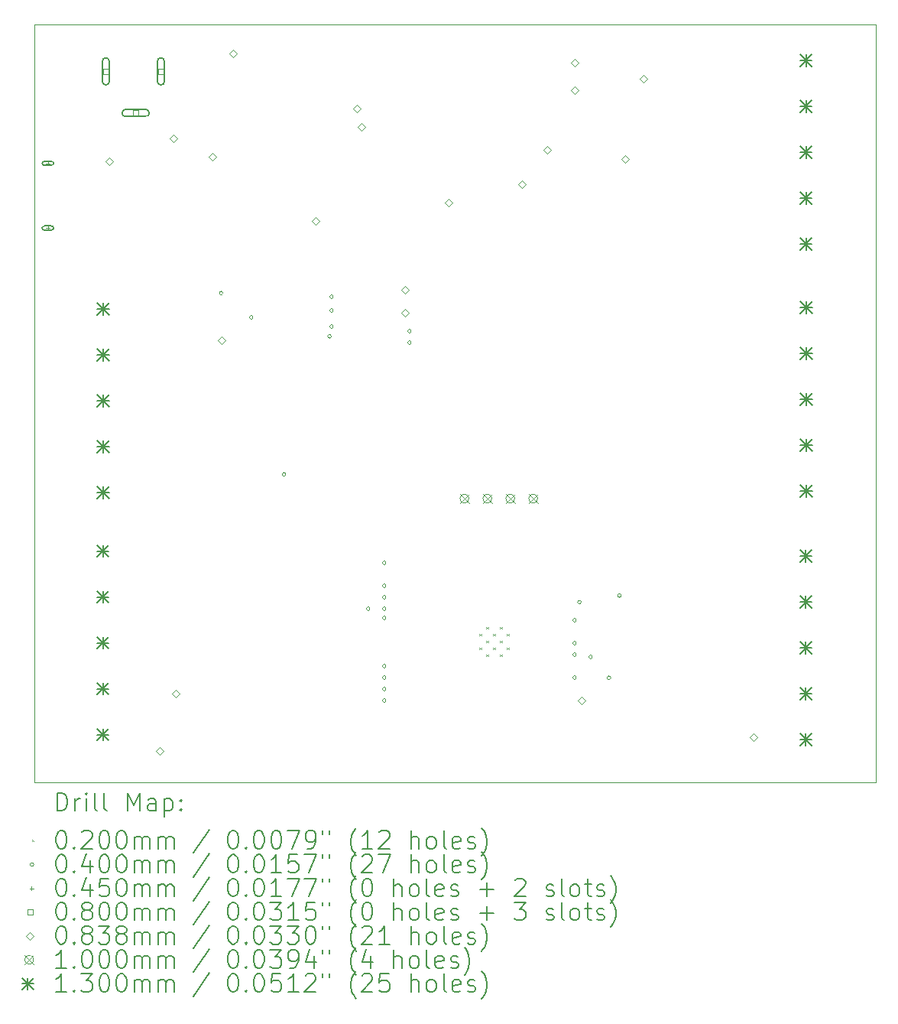
<source format=gbr>
%TF.GenerationSoftware,KiCad,Pcbnew,(6.0.10)*%
%TF.CreationDate,2023-06-25T11:42:36-04:00*%
%TF.ProjectId,sd2_node_board,7364325f-6e6f-4646-955f-626f6172642e,rev?*%
%TF.SameCoordinates,Original*%
%TF.FileFunction,Drillmap*%
%TF.FilePolarity,Positive*%
%FSLAX45Y45*%
G04 Gerber Fmt 4.5, Leading zero omitted, Abs format (unit mm)*
G04 Created by KiCad (PCBNEW (6.0.10)) date 2023-06-25 11:42:36*
%MOMM*%
%LPD*%
G01*
G04 APERTURE LIST*
%ADD10C,0.100000*%
%ADD11C,0.200000*%
%ADD12C,0.020000*%
%ADD13C,0.040000*%
%ADD14C,0.045000*%
%ADD15C,0.080000*%
%ADD16C,0.083820*%
%ADD17C,0.130000*%
G04 APERTURE END LIST*
D10*
X8719600Y-6870900D02*
X18045900Y-6870900D01*
X18045900Y-6870900D02*
X18045900Y-15257400D01*
X18045900Y-15257400D02*
X8719600Y-15257400D01*
X8719600Y-15257400D02*
X8719600Y-6870900D01*
D11*
D12*
X13652150Y-13611500D02*
X13672150Y-13631500D01*
X13672150Y-13611500D02*
X13652150Y-13631500D01*
X13652150Y-13764000D02*
X13672150Y-13784000D01*
X13672150Y-13764000D02*
X13652150Y-13784000D01*
X13728400Y-13535250D02*
X13748400Y-13555250D01*
X13748400Y-13535250D02*
X13728400Y-13555250D01*
X13728400Y-13687750D02*
X13748400Y-13707750D01*
X13748400Y-13687750D02*
X13728400Y-13707750D01*
X13728400Y-13840250D02*
X13748400Y-13860250D01*
X13748400Y-13840250D02*
X13728400Y-13860250D01*
X13804650Y-13611500D02*
X13824650Y-13631500D01*
X13824650Y-13611500D02*
X13804650Y-13631500D01*
X13804650Y-13764000D02*
X13824650Y-13784000D01*
X13824650Y-13764000D02*
X13804650Y-13784000D01*
X13880900Y-13535250D02*
X13900900Y-13555250D01*
X13900900Y-13535250D02*
X13880900Y-13555250D01*
X13880900Y-13687750D02*
X13900900Y-13707750D01*
X13900900Y-13687750D02*
X13880900Y-13707750D01*
X13880900Y-13840250D02*
X13900900Y-13860250D01*
X13900900Y-13840250D02*
X13880900Y-13860250D01*
X13957150Y-13611500D02*
X13977150Y-13631500D01*
X13977150Y-13611500D02*
X13957150Y-13631500D01*
X13957150Y-13764000D02*
X13977150Y-13784000D01*
X13977150Y-13764000D02*
X13957150Y-13784000D01*
D13*
X10809920Y-9839960D02*
G75*
G03*
X10809920Y-9839960I-20000J0D01*
G01*
X11145200Y-10109200D02*
G75*
G03*
X11145200Y-10109200I-20000J0D01*
G01*
X11508420Y-11846560D02*
G75*
G03*
X11508420Y-11846560I-20000J0D01*
G01*
X12011340Y-10320020D02*
G75*
G03*
X12011340Y-10320020I-20000J0D01*
G01*
X12034200Y-9880600D02*
G75*
G03*
X12034200Y-9880600I-20000J0D01*
G01*
X12034200Y-10033000D02*
G75*
G03*
X12034200Y-10033000I-20000J0D01*
G01*
X12034200Y-10210800D02*
G75*
G03*
X12034200Y-10210800I-20000J0D01*
G01*
X12440600Y-13335000D02*
G75*
G03*
X12440600Y-13335000I-20000J0D01*
G01*
X12618400Y-12827000D02*
G75*
G03*
X12618400Y-12827000I-20000J0D01*
G01*
X12618400Y-13081000D02*
G75*
G03*
X12618400Y-13081000I-20000J0D01*
G01*
X12618400Y-13208000D02*
G75*
G03*
X12618400Y-13208000I-20000J0D01*
G01*
X12618400Y-13335000D02*
G75*
G03*
X12618400Y-13335000I-20000J0D01*
G01*
X12618400Y-13436600D02*
G75*
G03*
X12618400Y-13436600I-20000J0D01*
G01*
X12618400Y-13970000D02*
G75*
G03*
X12618400Y-13970000I-20000J0D01*
G01*
X12618400Y-14097000D02*
G75*
G03*
X12618400Y-14097000I-20000J0D01*
G01*
X12618400Y-14224000D02*
G75*
G03*
X12618400Y-14224000I-20000J0D01*
G01*
X12618400Y-14351000D02*
G75*
G03*
X12618400Y-14351000I-20000J0D01*
G01*
X12897800Y-10261600D02*
G75*
G03*
X12897800Y-10261600I-20000J0D01*
G01*
X12897800Y-10388600D02*
G75*
G03*
X12897800Y-10388600I-20000J0D01*
G01*
X14726600Y-13462000D02*
G75*
G03*
X14726600Y-13462000I-20000J0D01*
G01*
X14726600Y-13716000D02*
G75*
G03*
X14726600Y-13716000I-20000J0D01*
G01*
X14726600Y-13843000D02*
G75*
G03*
X14726600Y-13843000I-20000J0D01*
G01*
X14726600Y-14097000D02*
G75*
G03*
X14726600Y-14097000I-20000J0D01*
G01*
X14779940Y-13261340D02*
G75*
G03*
X14779940Y-13261340I-20000J0D01*
G01*
X14904400Y-13868400D02*
G75*
G03*
X14904400Y-13868400I-20000J0D01*
G01*
X15107600Y-14099540D02*
G75*
G03*
X15107600Y-14099540I-20000J0D01*
G01*
X15224440Y-13190220D02*
G75*
G03*
X15224440Y-13190220I-20000J0D01*
G01*
D14*
X8871600Y-8383000D02*
X8871600Y-8428000D01*
X8849100Y-8405500D02*
X8894100Y-8405500D01*
D11*
X8831600Y-8428000D02*
X8911600Y-8428000D01*
X8831600Y-8383000D02*
X8911600Y-8383000D01*
X8911600Y-8428000D02*
G75*
G03*
X8911600Y-8383000I0J22500D01*
G01*
X8831600Y-8383000D02*
G75*
G03*
X8831600Y-8428000I0J-22500D01*
G01*
D14*
X8871600Y-9098000D02*
X8871600Y-9143000D01*
X8849100Y-9120500D02*
X8894100Y-9120500D01*
D11*
X8911600Y-9098000D02*
X8831600Y-9098000D01*
X8911600Y-9143000D02*
X8831600Y-9143000D01*
X8831600Y-9098000D02*
G75*
G03*
X8831600Y-9143000I0J-22500D01*
G01*
X8911600Y-9143000D02*
G75*
G03*
X8911600Y-9098000I0J22500D01*
G01*
D15*
X9542035Y-7415484D02*
X9542035Y-7358915D01*
X9485466Y-7358915D01*
X9485466Y-7415484D01*
X9542035Y-7415484D01*
D11*
X9473750Y-7277200D02*
X9473750Y-7497200D01*
X9553750Y-7277200D02*
X9553750Y-7497200D01*
X9473750Y-7497200D02*
G75*
G03*
X9553750Y-7497200I40000J0D01*
G01*
X9553750Y-7277200D02*
G75*
G03*
X9473750Y-7277200I-40000J0D01*
G01*
D15*
X9872035Y-7875484D02*
X9872035Y-7818915D01*
X9815466Y-7818915D01*
X9815466Y-7875484D01*
X9872035Y-7875484D01*
D11*
X9733750Y-7887200D02*
X9953750Y-7887200D01*
X9733750Y-7807200D02*
X9953750Y-7807200D01*
X9953750Y-7887200D02*
G75*
G03*
X9953750Y-7807200I0J40000D01*
G01*
X9733750Y-7807200D02*
G75*
G03*
X9733750Y-7887200I0J-40000D01*
G01*
D15*
X10152035Y-7415484D02*
X10152035Y-7358915D01*
X10095466Y-7358915D01*
X10095466Y-7415484D01*
X10152035Y-7415484D01*
D11*
X10083750Y-7277200D02*
X10083750Y-7497200D01*
X10163750Y-7277200D02*
X10163750Y-7497200D01*
X10083750Y-7497200D02*
G75*
G03*
X10163750Y-7497200I40000J0D01*
G01*
X10163750Y-7277200D02*
G75*
G03*
X10083750Y-7277200I-40000J0D01*
G01*
D16*
X9550400Y-8423910D02*
X9592310Y-8382000D01*
X9550400Y-8340090D01*
X9508490Y-8382000D01*
X9550400Y-8423910D01*
X10109200Y-14951710D02*
X10151110Y-14909800D01*
X10109200Y-14867890D01*
X10067290Y-14909800D01*
X10109200Y-14951710D01*
X10261600Y-8169910D02*
X10303510Y-8128000D01*
X10261600Y-8086090D01*
X10219690Y-8128000D01*
X10261600Y-8169910D01*
X10287000Y-14316710D02*
X10328910Y-14274800D01*
X10287000Y-14232890D01*
X10245090Y-14274800D01*
X10287000Y-14316710D01*
X10693400Y-8373110D02*
X10735310Y-8331200D01*
X10693400Y-8289290D01*
X10651490Y-8331200D01*
X10693400Y-8373110D01*
X10795000Y-10405110D02*
X10836910Y-10363200D01*
X10795000Y-10321290D01*
X10753090Y-10363200D01*
X10795000Y-10405110D01*
X10922000Y-7230110D02*
X10963910Y-7188200D01*
X10922000Y-7146290D01*
X10880090Y-7188200D01*
X10922000Y-7230110D01*
X11836400Y-9084310D02*
X11878310Y-9042400D01*
X11836400Y-9000490D01*
X11794490Y-9042400D01*
X11836400Y-9084310D01*
X12293600Y-7839710D02*
X12335510Y-7797800D01*
X12293600Y-7755890D01*
X12251690Y-7797800D01*
X12293600Y-7839710D01*
X12344400Y-8042910D02*
X12386310Y-8001000D01*
X12344400Y-7959090D01*
X12302490Y-8001000D01*
X12344400Y-8042910D01*
X12827000Y-9846310D02*
X12868910Y-9804400D01*
X12827000Y-9762490D01*
X12785090Y-9804400D01*
X12827000Y-9846310D01*
X12827000Y-10100310D02*
X12868910Y-10058400D01*
X12827000Y-10016490D01*
X12785090Y-10058400D01*
X12827000Y-10100310D01*
X13309600Y-8881110D02*
X13351510Y-8839200D01*
X13309600Y-8797290D01*
X13267690Y-8839200D01*
X13309600Y-8881110D01*
X14122400Y-8677910D02*
X14164310Y-8636000D01*
X14122400Y-8594090D01*
X14080490Y-8636000D01*
X14122400Y-8677910D01*
X14401800Y-8296910D02*
X14443710Y-8255000D01*
X14401800Y-8213090D01*
X14359890Y-8255000D01*
X14401800Y-8296910D01*
X14706600Y-7331710D02*
X14748510Y-7289800D01*
X14706600Y-7247890D01*
X14664690Y-7289800D01*
X14706600Y-7331710D01*
X14706600Y-7636510D02*
X14748510Y-7594600D01*
X14706600Y-7552690D01*
X14664690Y-7594600D01*
X14706600Y-7636510D01*
X14782800Y-14392910D02*
X14824710Y-14351000D01*
X14782800Y-14309090D01*
X14740890Y-14351000D01*
X14782800Y-14392910D01*
X15265400Y-8398510D02*
X15307310Y-8356600D01*
X15265400Y-8314690D01*
X15223490Y-8356600D01*
X15265400Y-8398510D01*
X15468600Y-7509510D02*
X15510510Y-7467600D01*
X15468600Y-7425690D01*
X15426690Y-7467600D01*
X15468600Y-7509510D01*
X16687800Y-14799310D02*
X16729710Y-14757400D01*
X16687800Y-14715490D01*
X16645890Y-14757400D01*
X16687800Y-14799310D01*
D10*
X13436400Y-12065800D02*
X13536400Y-12165800D01*
X13536400Y-12065800D02*
X13436400Y-12165800D01*
X13536400Y-12115800D02*
G75*
G03*
X13536400Y-12115800I-50000J0D01*
G01*
X13690400Y-12065800D02*
X13790400Y-12165800D01*
X13790400Y-12065800D02*
X13690400Y-12165800D01*
X13790400Y-12115800D02*
G75*
G03*
X13790400Y-12115800I-50000J0D01*
G01*
X13944400Y-12065800D02*
X14044400Y-12165800D01*
X14044400Y-12065800D02*
X13944400Y-12165800D01*
X14044400Y-12115800D02*
G75*
G03*
X14044400Y-12115800I-50000J0D01*
G01*
X14198400Y-12065800D02*
X14298400Y-12165800D01*
X14298400Y-12065800D02*
X14198400Y-12165800D01*
X14298400Y-12115800D02*
G75*
G03*
X14298400Y-12115800I-50000J0D01*
G01*
D17*
X9417350Y-12632900D02*
X9547350Y-12762900D01*
X9547350Y-12632900D02*
X9417350Y-12762900D01*
X9482350Y-12632900D02*
X9482350Y-12762900D01*
X9417350Y-12697900D02*
X9547350Y-12697900D01*
X9417350Y-13140900D02*
X9547350Y-13270900D01*
X9547350Y-13140900D02*
X9417350Y-13270900D01*
X9482350Y-13140900D02*
X9482350Y-13270900D01*
X9417350Y-13205900D02*
X9547350Y-13205900D01*
X9417350Y-13648900D02*
X9547350Y-13778900D01*
X9547350Y-13648900D02*
X9417350Y-13778900D01*
X9482350Y-13648900D02*
X9482350Y-13778900D01*
X9417350Y-13713900D02*
X9547350Y-13713900D01*
X9417350Y-14156900D02*
X9547350Y-14286900D01*
X9547350Y-14156900D02*
X9417350Y-14286900D01*
X9482350Y-14156900D02*
X9482350Y-14286900D01*
X9417350Y-14221900D02*
X9547350Y-14221900D01*
X9417350Y-14664900D02*
X9547350Y-14794900D01*
X9547350Y-14664900D02*
X9417350Y-14794900D01*
X9482350Y-14664900D02*
X9482350Y-14794900D01*
X9417350Y-14729900D02*
X9547350Y-14729900D01*
X9418750Y-9952200D02*
X9548750Y-10082200D01*
X9548750Y-9952200D02*
X9418750Y-10082200D01*
X9483750Y-9952200D02*
X9483750Y-10082200D01*
X9418750Y-10017200D02*
X9548750Y-10017200D01*
X9418750Y-10460200D02*
X9548750Y-10590200D01*
X9548750Y-10460200D02*
X9418750Y-10590200D01*
X9483750Y-10460200D02*
X9483750Y-10590200D01*
X9418750Y-10525200D02*
X9548750Y-10525200D01*
X9418750Y-10968200D02*
X9548750Y-11098200D01*
X9548750Y-10968200D02*
X9418750Y-11098200D01*
X9483750Y-10968200D02*
X9483750Y-11098200D01*
X9418750Y-11033200D02*
X9548750Y-11033200D01*
X9418750Y-11476200D02*
X9548750Y-11606200D01*
X9548750Y-11476200D02*
X9418750Y-11606200D01*
X9483750Y-11476200D02*
X9483750Y-11606200D01*
X9418750Y-11541200D02*
X9548750Y-11541200D01*
X9418750Y-11984200D02*
X9548750Y-12114200D01*
X9548750Y-11984200D02*
X9418750Y-12114200D01*
X9483750Y-11984200D02*
X9483750Y-12114200D01*
X9418750Y-12049200D02*
X9548750Y-12049200D01*
X17201900Y-12685800D02*
X17331900Y-12815800D01*
X17331900Y-12685800D02*
X17201900Y-12815800D01*
X17266900Y-12685800D02*
X17266900Y-12815800D01*
X17201900Y-12750800D02*
X17331900Y-12750800D01*
X17201900Y-13193800D02*
X17331900Y-13323800D01*
X17331900Y-13193800D02*
X17201900Y-13323800D01*
X17266900Y-13193800D02*
X17266900Y-13323800D01*
X17201900Y-13258800D02*
X17331900Y-13258800D01*
X17201900Y-13701800D02*
X17331900Y-13831800D01*
X17331900Y-13701800D02*
X17201900Y-13831800D01*
X17266900Y-13701800D02*
X17266900Y-13831800D01*
X17201900Y-13766800D02*
X17331900Y-13766800D01*
X17201900Y-14209800D02*
X17331900Y-14339800D01*
X17331900Y-14209800D02*
X17201900Y-14339800D01*
X17266900Y-14209800D02*
X17266900Y-14339800D01*
X17201900Y-14274800D02*
X17331900Y-14274800D01*
X17201900Y-14717800D02*
X17331900Y-14847800D01*
X17331900Y-14717800D02*
X17201900Y-14847800D01*
X17266900Y-14717800D02*
X17266900Y-14847800D01*
X17201900Y-14782800D02*
X17331900Y-14782800D01*
X17206000Y-7199400D02*
X17336000Y-7329400D01*
X17336000Y-7199400D02*
X17206000Y-7329400D01*
X17271000Y-7199400D02*
X17271000Y-7329400D01*
X17206000Y-7264400D02*
X17336000Y-7264400D01*
X17206000Y-7707400D02*
X17336000Y-7837400D01*
X17336000Y-7707400D02*
X17206000Y-7837400D01*
X17271000Y-7707400D02*
X17271000Y-7837400D01*
X17206000Y-7772400D02*
X17336000Y-7772400D01*
X17206000Y-8215400D02*
X17336000Y-8345400D01*
X17336000Y-8215400D02*
X17206000Y-8345400D01*
X17271000Y-8215400D02*
X17271000Y-8345400D01*
X17206000Y-8280400D02*
X17336000Y-8280400D01*
X17206000Y-8723400D02*
X17336000Y-8853400D01*
X17336000Y-8723400D02*
X17206000Y-8853400D01*
X17271000Y-8723400D02*
X17271000Y-8853400D01*
X17206000Y-8788400D02*
X17336000Y-8788400D01*
X17206000Y-9231400D02*
X17336000Y-9361400D01*
X17336000Y-9231400D02*
X17206000Y-9361400D01*
X17271000Y-9231400D02*
X17271000Y-9361400D01*
X17206000Y-9296400D02*
X17336000Y-9296400D01*
X17208100Y-9935400D02*
X17338100Y-10065400D01*
X17338100Y-9935400D02*
X17208100Y-10065400D01*
X17273100Y-9935400D02*
X17273100Y-10065400D01*
X17208100Y-10000400D02*
X17338100Y-10000400D01*
X17208100Y-10443400D02*
X17338100Y-10573400D01*
X17338100Y-10443400D02*
X17208100Y-10573400D01*
X17273100Y-10443400D02*
X17273100Y-10573400D01*
X17208100Y-10508400D02*
X17338100Y-10508400D01*
X17208100Y-10951400D02*
X17338100Y-11081400D01*
X17338100Y-10951400D02*
X17208100Y-11081400D01*
X17273100Y-10951400D02*
X17273100Y-11081400D01*
X17208100Y-11016400D02*
X17338100Y-11016400D01*
X17208100Y-11459400D02*
X17338100Y-11589400D01*
X17338100Y-11459400D02*
X17208100Y-11589400D01*
X17273100Y-11459400D02*
X17273100Y-11589400D01*
X17208100Y-11524400D02*
X17338100Y-11524400D01*
X17208100Y-11967400D02*
X17338100Y-12097400D01*
X17338100Y-11967400D02*
X17208100Y-12097400D01*
X17273100Y-11967400D02*
X17273100Y-12097400D01*
X17208100Y-12032400D02*
X17338100Y-12032400D01*
D11*
X8972219Y-15572876D02*
X8972219Y-15372876D01*
X9019838Y-15372876D01*
X9048410Y-15382400D01*
X9067457Y-15401448D01*
X9076981Y-15420495D01*
X9086505Y-15458590D01*
X9086505Y-15487162D01*
X9076981Y-15525257D01*
X9067457Y-15544305D01*
X9048410Y-15563352D01*
X9019838Y-15572876D01*
X8972219Y-15572876D01*
X9172219Y-15572876D02*
X9172219Y-15439543D01*
X9172219Y-15477638D02*
X9181743Y-15458590D01*
X9191267Y-15449067D01*
X9210314Y-15439543D01*
X9229362Y-15439543D01*
X9296029Y-15572876D02*
X9296029Y-15439543D01*
X9296029Y-15372876D02*
X9286505Y-15382400D01*
X9296029Y-15391924D01*
X9305552Y-15382400D01*
X9296029Y-15372876D01*
X9296029Y-15391924D01*
X9419838Y-15572876D02*
X9400790Y-15563352D01*
X9391267Y-15544305D01*
X9391267Y-15372876D01*
X9524600Y-15572876D02*
X9505552Y-15563352D01*
X9496029Y-15544305D01*
X9496029Y-15372876D01*
X9753171Y-15572876D02*
X9753171Y-15372876D01*
X9819838Y-15515733D01*
X9886505Y-15372876D01*
X9886505Y-15572876D01*
X10067457Y-15572876D02*
X10067457Y-15468114D01*
X10057933Y-15449067D01*
X10038886Y-15439543D01*
X10000790Y-15439543D01*
X9981743Y-15449067D01*
X10067457Y-15563352D02*
X10048410Y-15572876D01*
X10000790Y-15572876D01*
X9981743Y-15563352D01*
X9972219Y-15544305D01*
X9972219Y-15525257D01*
X9981743Y-15506209D01*
X10000790Y-15496686D01*
X10048410Y-15496686D01*
X10067457Y-15487162D01*
X10162695Y-15439543D02*
X10162695Y-15639543D01*
X10162695Y-15449067D02*
X10181743Y-15439543D01*
X10219838Y-15439543D01*
X10238886Y-15449067D01*
X10248410Y-15458590D01*
X10257933Y-15477638D01*
X10257933Y-15534781D01*
X10248410Y-15553828D01*
X10238886Y-15563352D01*
X10219838Y-15572876D01*
X10181743Y-15572876D01*
X10162695Y-15563352D01*
X10343648Y-15553828D02*
X10353171Y-15563352D01*
X10343648Y-15572876D01*
X10334124Y-15563352D01*
X10343648Y-15553828D01*
X10343648Y-15572876D01*
X10343648Y-15449067D02*
X10353171Y-15458590D01*
X10343648Y-15468114D01*
X10334124Y-15458590D01*
X10343648Y-15449067D01*
X10343648Y-15468114D01*
D12*
X8694600Y-15892400D02*
X8714600Y-15912400D01*
X8714600Y-15892400D02*
X8694600Y-15912400D01*
D11*
X9010314Y-15792876D02*
X9029362Y-15792876D01*
X9048410Y-15802400D01*
X9057933Y-15811924D01*
X9067457Y-15830971D01*
X9076981Y-15869067D01*
X9076981Y-15916686D01*
X9067457Y-15954781D01*
X9057933Y-15973828D01*
X9048410Y-15983352D01*
X9029362Y-15992876D01*
X9010314Y-15992876D01*
X8991267Y-15983352D01*
X8981743Y-15973828D01*
X8972219Y-15954781D01*
X8962695Y-15916686D01*
X8962695Y-15869067D01*
X8972219Y-15830971D01*
X8981743Y-15811924D01*
X8991267Y-15802400D01*
X9010314Y-15792876D01*
X9162695Y-15973828D02*
X9172219Y-15983352D01*
X9162695Y-15992876D01*
X9153171Y-15983352D01*
X9162695Y-15973828D01*
X9162695Y-15992876D01*
X9248410Y-15811924D02*
X9257933Y-15802400D01*
X9276981Y-15792876D01*
X9324600Y-15792876D01*
X9343648Y-15802400D01*
X9353171Y-15811924D01*
X9362695Y-15830971D01*
X9362695Y-15850019D01*
X9353171Y-15878590D01*
X9238886Y-15992876D01*
X9362695Y-15992876D01*
X9486505Y-15792876D02*
X9505552Y-15792876D01*
X9524600Y-15802400D01*
X9534124Y-15811924D01*
X9543648Y-15830971D01*
X9553171Y-15869067D01*
X9553171Y-15916686D01*
X9543648Y-15954781D01*
X9534124Y-15973828D01*
X9524600Y-15983352D01*
X9505552Y-15992876D01*
X9486505Y-15992876D01*
X9467457Y-15983352D01*
X9457933Y-15973828D01*
X9448410Y-15954781D01*
X9438886Y-15916686D01*
X9438886Y-15869067D01*
X9448410Y-15830971D01*
X9457933Y-15811924D01*
X9467457Y-15802400D01*
X9486505Y-15792876D01*
X9676981Y-15792876D02*
X9696029Y-15792876D01*
X9715076Y-15802400D01*
X9724600Y-15811924D01*
X9734124Y-15830971D01*
X9743648Y-15869067D01*
X9743648Y-15916686D01*
X9734124Y-15954781D01*
X9724600Y-15973828D01*
X9715076Y-15983352D01*
X9696029Y-15992876D01*
X9676981Y-15992876D01*
X9657933Y-15983352D01*
X9648410Y-15973828D01*
X9638886Y-15954781D01*
X9629362Y-15916686D01*
X9629362Y-15869067D01*
X9638886Y-15830971D01*
X9648410Y-15811924D01*
X9657933Y-15802400D01*
X9676981Y-15792876D01*
X9829362Y-15992876D02*
X9829362Y-15859543D01*
X9829362Y-15878590D02*
X9838886Y-15869067D01*
X9857933Y-15859543D01*
X9886505Y-15859543D01*
X9905552Y-15869067D01*
X9915076Y-15888114D01*
X9915076Y-15992876D01*
X9915076Y-15888114D02*
X9924600Y-15869067D01*
X9943648Y-15859543D01*
X9972219Y-15859543D01*
X9991267Y-15869067D01*
X10000790Y-15888114D01*
X10000790Y-15992876D01*
X10096029Y-15992876D02*
X10096029Y-15859543D01*
X10096029Y-15878590D02*
X10105552Y-15869067D01*
X10124600Y-15859543D01*
X10153171Y-15859543D01*
X10172219Y-15869067D01*
X10181743Y-15888114D01*
X10181743Y-15992876D01*
X10181743Y-15888114D02*
X10191267Y-15869067D01*
X10210314Y-15859543D01*
X10238886Y-15859543D01*
X10257933Y-15869067D01*
X10267457Y-15888114D01*
X10267457Y-15992876D01*
X10657933Y-15783352D02*
X10486505Y-16040495D01*
X10915076Y-15792876D02*
X10934124Y-15792876D01*
X10953171Y-15802400D01*
X10962695Y-15811924D01*
X10972219Y-15830971D01*
X10981743Y-15869067D01*
X10981743Y-15916686D01*
X10972219Y-15954781D01*
X10962695Y-15973828D01*
X10953171Y-15983352D01*
X10934124Y-15992876D01*
X10915076Y-15992876D01*
X10896029Y-15983352D01*
X10886505Y-15973828D01*
X10876981Y-15954781D01*
X10867457Y-15916686D01*
X10867457Y-15869067D01*
X10876981Y-15830971D01*
X10886505Y-15811924D01*
X10896029Y-15802400D01*
X10915076Y-15792876D01*
X11067457Y-15973828D02*
X11076981Y-15983352D01*
X11067457Y-15992876D01*
X11057933Y-15983352D01*
X11067457Y-15973828D01*
X11067457Y-15992876D01*
X11200790Y-15792876D02*
X11219838Y-15792876D01*
X11238886Y-15802400D01*
X11248409Y-15811924D01*
X11257933Y-15830971D01*
X11267457Y-15869067D01*
X11267457Y-15916686D01*
X11257933Y-15954781D01*
X11248409Y-15973828D01*
X11238886Y-15983352D01*
X11219838Y-15992876D01*
X11200790Y-15992876D01*
X11181743Y-15983352D01*
X11172219Y-15973828D01*
X11162695Y-15954781D01*
X11153171Y-15916686D01*
X11153171Y-15869067D01*
X11162695Y-15830971D01*
X11172219Y-15811924D01*
X11181743Y-15802400D01*
X11200790Y-15792876D01*
X11391267Y-15792876D02*
X11410314Y-15792876D01*
X11429362Y-15802400D01*
X11438886Y-15811924D01*
X11448409Y-15830971D01*
X11457933Y-15869067D01*
X11457933Y-15916686D01*
X11448409Y-15954781D01*
X11438886Y-15973828D01*
X11429362Y-15983352D01*
X11410314Y-15992876D01*
X11391267Y-15992876D01*
X11372219Y-15983352D01*
X11362695Y-15973828D01*
X11353171Y-15954781D01*
X11343648Y-15916686D01*
X11343648Y-15869067D01*
X11353171Y-15830971D01*
X11362695Y-15811924D01*
X11372219Y-15802400D01*
X11391267Y-15792876D01*
X11524600Y-15792876D02*
X11657933Y-15792876D01*
X11572219Y-15992876D01*
X11743648Y-15992876D02*
X11781743Y-15992876D01*
X11800790Y-15983352D01*
X11810314Y-15973828D01*
X11829362Y-15945257D01*
X11838886Y-15907162D01*
X11838886Y-15830971D01*
X11829362Y-15811924D01*
X11819838Y-15802400D01*
X11800790Y-15792876D01*
X11762695Y-15792876D01*
X11743648Y-15802400D01*
X11734124Y-15811924D01*
X11724600Y-15830971D01*
X11724600Y-15878590D01*
X11734124Y-15897638D01*
X11743648Y-15907162D01*
X11762695Y-15916686D01*
X11800790Y-15916686D01*
X11819838Y-15907162D01*
X11829362Y-15897638D01*
X11838886Y-15878590D01*
X11915076Y-15792876D02*
X11915076Y-15830971D01*
X11991267Y-15792876D02*
X11991267Y-15830971D01*
X12286505Y-16069067D02*
X12276981Y-16059543D01*
X12257933Y-16030971D01*
X12248409Y-16011924D01*
X12238886Y-15983352D01*
X12229362Y-15935733D01*
X12229362Y-15897638D01*
X12238886Y-15850019D01*
X12248409Y-15821448D01*
X12257933Y-15802400D01*
X12276981Y-15773828D01*
X12286505Y-15764305D01*
X12467457Y-15992876D02*
X12353171Y-15992876D01*
X12410314Y-15992876D02*
X12410314Y-15792876D01*
X12391267Y-15821448D01*
X12372219Y-15840495D01*
X12353171Y-15850019D01*
X12543648Y-15811924D02*
X12553171Y-15802400D01*
X12572219Y-15792876D01*
X12619838Y-15792876D01*
X12638886Y-15802400D01*
X12648409Y-15811924D01*
X12657933Y-15830971D01*
X12657933Y-15850019D01*
X12648409Y-15878590D01*
X12534124Y-15992876D01*
X12657933Y-15992876D01*
X12896028Y-15992876D02*
X12896028Y-15792876D01*
X12981743Y-15992876D02*
X12981743Y-15888114D01*
X12972219Y-15869067D01*
X12953171Y-15859543D01*
X12924600Y-15859543D01*
X12905552Y-15869067D01*
X12896028Y-15878590D01*
X13105552Y-15992876D02*
X13086505Y-15983352D01*
X13076981Y-15973828D01*
X13067457Y-15954781D01*
X13067457Y-15897638D01*
X13076981Y-15878590D01*
X13086505Y-15869067D01*
X13105552Y-15859543D01*
X13134124Y-15859543D01*
X13153171Y-15869067D01*
X13162695Y-15878590D01*
X13172219Y-15897638D01*
X13172219Y-15954781D01*
X13162695Y-15973828D01*
X13153171Y-15983352D01*
X13134124Y-15992876D01*
X13105552Y-15992876D01*
X13286505Y-15992876D02*
X13267457Y-15983352D01*
X13257933Y-15964305D01*
X13257933Y-15792876D01*
X13438886Y-15983352D02*
X13419838Y-15992876D01*
X13381743Y-15992876D01*
X13362695Y-15983352D01*
X13353171Y-15964305D01*
X13353171Y-15888114D01*
X13362695Y-15869067D01*
X13381743Y-15859543D01*
X13419838Y-15859543D01*
X13438886Y-15869067D01*
X13448409Y-15888114D01*
X13448409Y-15907162D01*
X13353171Y-15926209D01*
X13524600Y-15983352D02*
X13543648Y-15992876D01*
X13581743Y-15992876D01*
X13600790Y-15983352D01*
X13610314Y-15964305D01*
X13610314Y-15954781D01*
X13600790Y-15935733D01*
X13581743Y-15926209D01*
X13553171Y-15926209D01*
X13534124Y-15916686D01*
X13524600Y-15897638D01*
X13524600Y-15888114D01*
X13534124Y-15869067D01*
X13553171Y-15859543D01*
X13581743Y-15859543D01*
X13600790Y-15869067D01*
X13676981Y-16069067D02*
X13686505Y-16059543D01*
X13705552Y-16030971D01*
X13715076Y-16011924D01*
X13724600Y-15983352D01*
X13734124Y-15935733D01*
X13734124Y-15897638D01*
X13724600Y-15850019D01*
X13715076Y-15821448D01*
X13705552Y-15802400D01*
X13686505Y-15773828D01*
X13676981Y-15764305D01*
D13*
X8714600Y-16166400D02*
G75*
G03*
X8714600Y-16166400I-20000J0D01*
G01*
D11*
X9010314Y-16056876D02*
X9029362Y-16056876D01*
X9048410Y-16066400D01*
X9057933Y-16075924D01*
X9067457Y-16094971D01*
X9076981Y-16133067D01*
X9076981Y-16180686D01*
X9067457Y-16218781D01*
X9057933Y-16237828D01*
X9048410Y-16247352D01*
X9029362Y-16256876D01*
X9010314Y-16256876D01*
X8991267Y-16247352D01*
X8981743Y-16237828D01*
X8972219Y-16218781D01*
X8962695Y-16180686D01*
X8962695Y-16133067D01*
X8972219Y-16094971D01*
X8981743Y-16075924D01*
X8991267Y-16066400D01*
X9010314Y-16056876D01*
X9162695Y-16237828D02*
X9172219Y-16247352D01*
X9162695Y-16256876D01*
X9153171Y-16247352D01*
X9162695Y-16237828D01*
X9162695Y-16256876D01*
X9343648Y-16123543D02*
X9343648Y-16256876D01*
X9296029Y-16047352D02*
X9248410Y-16190209D01*
X9372219Y-16190209D01*
X9486505Y-16056876D02*
X9505552Y-16056876D01*
X9524600Y-16066400D01*
X9534124Y-16075924D01*
X9543648Y-16094971D01*
X9553171Y-16133067D01*
X9553171Y-16180686D01*
X9543648Y-16218781D01*
X9534124Y-16237828D01*
X9524600Y-16247352D01*
X9505552Y-16256876D01*
X9486505Y-16256876D01*
X9467457Y-16247352D01*
X9457933Y-16237828D01*
X9448410Y-16218781D01*
X9438886Y-16180686D01*
X9438886Y-16133067D01*
X9448410Y-16094971D01*
X9457933Y-16075924D01*
X9467457Y-16066400D01*
X9486505Y-16056876D01*
X9676981Y-16056876D02*
X9696029Y-16056876D01*
X9715076Y-16066400D01*
X9724600Y-16075924D01*
X9734124Y-16094971D01*
X9743648Y-16133067D01*
X9743648Y-16180686D01*
X9734124Y-16218781D01*
X9724600Y-16237828D01*
X9715076Y-16247352D01*
X9696029Y-16256876D01*
X9676981Y-16256876D01*
X9657933Y-16247352D01*
X9648410Y-16237828D01*
X9638886Y-16218781D01*
X9629362Y-16180686D01*
X9629362Y-16133067D01*
X9638886Y-16094971D01*
X9648410Y-16075924D01*
X9657933Y-16066400D01*
X9676981Y-16056876D01*
X9829362Y-16256876D02*
X9829362Y-16123543D01*
X9829362Y-16142590D02*
X9838886Y-16133067D01*
X9857933Y-16123543D01*
X9886505Y-16123543D01*
X9905552Y-16133067D01*
X9915076Y-16152114D01*
X9915076Y-16256876D01*
X9915076Y-16152114D02*
X9924600Y-16133067D01*
X9943648Y-16123543D01*
X9972219Y-16123543D01*
X9991267Y-16133067D01*
X10000790Y-16152114D01*
X10000790Y-16256876D01*
X10096029Y-16256876D02*
X10096029Y-16123543D01*
X10096029Y-16142590D02*
X10105552Y-16133067D01*
X10124600Y-16123543D01*
X10153171Y-16123543D01*
X10172219Y-16133067D01*
X10181743Y-16152114D01*
X10181743Y-16256876D01*
X10181743Y-16152114D02*
X10191267Y-16133067D01*
X10210314Y-16123543D01*
X10238886Y-16123543D01*
X10257933Y-16133067D01*
X10267457Y-16152114D01*
X10267457Y-16256876D01*
X10657933Y-16047352D02*
X10486505Y-16304495D01*
X10915076Y-16056876D02*
X10934124Y-16056876D01*
X10953171Y-16066400D01*
X10962695Y-16075924D01*
X10972219Y-16094971D01*
X10981743Y-16133067D01*
X10981743Y-16180686D01*
X10972219Y-16218781D01*
X10962695Y-16237828D01*
X10953171Y-16247352D01*
X10934124Y-16256876D01*
X10915076Y-16256876D01*
X10896029Y-16247352D01*
X10886505Y-16237828D01*
X10876981Y-16218781D01*
X10867457Y-16180686D01*
X10867457Y-16133067D01*
X10876981Y-16094971D01*
X10886505Y-16075924D01*
X10896029Y-16066400D01*
X10915076Y-16056876D01*
X11067457Y-16237828D02*
X11076981Y-16247352D01*
X11067457Y-16256876D01*
X11057933Y-16247352D01*
X11067457Y-16237828D01*
X11067457Y-16256876D01*
X11200790Y-16056876D02*
X11219838Y-16056876D01*
X11238886Y-16066400D01*
X11248409Y-16075924D01*
X11257933Y-16094971D01*
X11267457Y-16133067D01*
X11267457Y-16180686D01*
X11257933Y-16218781D01*
X11248409Y-16237828D01*
X11238886Y-16247352D01*
X11219838Y-16256876D01*
X11200790Y-16256876D01*
X11181743Y-16247352D01*
X11172219Y-16237828D01*
X11162695Y-16218781D01*
X11153171Y-16180686D01*
X11153171Y-16133067D01*
X11162695Y-16094971D01*
X11172219Y-16075924D01*
X11181743Y-16066400D01*
X11200790Y-16056876D01*
X11457933Y-16256876D02*
X11343648Y-16256876D01*
X11400790Y-16256876D02*
X11400790Y-16056876D01*
X11381743Y-16085448D01*
X11362695Y-16104495D01*
X11343648Y-16114019D01*
X11638886Y-16056876D02*
X11543648Y-16056876D01*
X11534124Y-16152114D01*
X11543648Y-16142590D01*
X11562695Y-16133067D01*
X11610314Y-16133067D01*
X11629362Y-16142590D01*
X11638886Y-16152114D01*
X11648409Y-16171162D01*
X11648409Y-16218781D01*
X11638886Y-16237828D01*
X11629362Y-16247352D01*
X11610314Y-16256876D01*
X11562695Y-16256876D01*
X11543648Y-16247352D01*
X11534124Y-16237828D01*
X11715076Y-16056876D02*
X11848409Y-16056876D01*
X11762695Y-16256876D01*
X11915076Y-16056876D02*
X11915076Y-16094971D01*
X11991267Y-16056876D02*
X11991267Y-16094971D01*
X12286505Y-16333067D02*
X12276981Y-16323543D01*
X12257933Y-16294971D01*
X12248409Y-16275924D01*
X12238886Y-16247352D01*
X12229362Y-16199733D01*
X12229362Y-16161638D01*
X12238886Y-16114019D01*
X12248409Y-16085448D01*
X12257933Y-16066400D01*
X12276981Y-16037828D01*
X12286505Y-16028305D01*
X12353171Y-16075924D02*
X12362695Y-16066400D01*
X12381743Y-16056876D01*
X12429362Y-16056876D01*
X12448409Y-16066400D01*
X12457933Y-16075924D01*
X12467457Y-16094971D01*
X12467457Y-16114019D01*
X12457933Y-16142590D01*
X12343648Y-16256876D01*
X12467457Y-16256876D01*
X12534124Y-16056876D02*
X12667457Y-16056876D01*
X12581743Y-16256876D01*
X12896028Y-16256876D02*
X12896028Y-16056876D01*
X12981743Y-16256876D02*
X12981743Y-16152114D01*
X12972219Y-16133067D01*
X12953171Y-16123543D01*
X12924600Y-16123543D01*
X12905552Y-16133067D01*
X12896028Y-16142590D01*
X13105552Y-16256876D02*
X13086505Y-16247352D01*
X13076981Y-16237828D01*
X13067457Y-16218781D01*
X13067457Y-16161638D01*
X13076981Y-16142590D01*
X13086505Y-16133067D01*
X13105552Y-16123543D01*
X13134124Y-16123543D01*
X13153171Y-16133067D01*
X13162695Y-16142590D01*
X13172219Y-16161638D01*
X13172219Y-16218781D01*
X13162695Y-16237828D01*
X13153171Y-16247352D01*
X13134124Y-16256876D01*
X13105552Y-16256876D01*
X13286505Y-16256876D02*
X13267457Y-16247352D01*
X13257933Y-16228305D01*
X13257933Y-16056876D01*
X13438886Y-16247352D02*
X13419838Y-16256876D01*
X13381743Y-16256876D01*
X13362695Y-16247352D01*
X13353171Y-16228305D01*
X13353171Y-16152114D01*
X13362695Y-16133067D01*
X13381743Y-16123543D01*
X13419838Y-16123543D01*
X13438886Y-16133067D01*
X13448409Y-16152114D01*
X13448409Y-16171162D01*
X13353171Y-16190209D01*
X13524600Y-16247352D02*
X13543648Y-16256876D01*
X13581743Y-16256876D01*
X13600790Y-16247352D01*
X13610314Y-16228305D01*
X13610314Y-16218781D01*
X13600790Y-16199733D01*
X13581743Y-16190209D01*
X13553171Y-16190209D01*
X13534124Y-16180686D01*
X13524600Y-16161638D01*
X13524600Y-16152114D01*
X13534124Y-16133067D01*
X13553171Y-16123543D01*
X13581743Y-16123543D01*
X13600790Y-16133067D01*
X13676981Y-16333067D02*
X13686505Y-16323543D01*
X13705552Y-16294971D01*
X13715076Y-16275924D01*
X13724600Y-16247352D01*
X13734124Y-16199733D01*
X13734124Y-16161638D01*
X13724600Y-16114019D01*
X13715076Y-16085448D01*
X13705552Y-16066400D01*
X13686505Y-16037828D01*
X13676981Y-16028305D01*
D14*
X8692100Y-16407900D02*
X8692100Y-16452900D01*
X8669600Y-16430400D02*
X8714600Y-16430400D01*
D11*
X9010314Y-16320876D02*
X9029362Y-16320876D01*
X9048410Y-16330400D01*
X9057933Y-16339924D01*
X9067457Y-16358971D01*
X9076981Y-16397067D01*
X9076981Y-16444686D01*
X9067457Y-16482781D01*
X9057933Y-16501828D01*
X9048410Y-16511352D01*
X9029362Y-16520876D01*
X9010314Y-16520876D01*
X8991267Y-16511352D01*
X8981743Y-16501828D01*
X8972219Y-16482781D01*
X8962695Y-16444686D01*
X8962695Y-16397067D01*
X8972219Y-16358971D01*
X8981743Y-16339924D01*
X8991267Y-16330400D01*
X9010314Y-16320876D01*
X9162695Y-16501828D02*
X9172219Y-16511352D01*
X9162695Y-16520876D01*
X9153171Y-16511352D01*
X9162695Y-16501828D01*
X9162695Y-16520876D01*
X9343648Y-16387543D02*
X9343648Y-16520876D01*
X9296029Y-16311352D02*
X9248410Y-16454209D01*
X9372219Y-16454209D01*
X9543648Y-16320876D02*
X9448410Y-16320876D01*
X9438886Y-16416114D01*
X9448410Y-16406590D01*
X9467457Y-16397067D01*
X9515076Y-16397067D01*
X9534124Y-16406590D01*
X9543648Y-16416114D01*
X9553171Y-16435162D01*
X9553171Y-16482781D01*
X9543648Y-16501828D01*
X9534124Y-16511352D01*
X9515076Y-16520876D01*
X9467457Y-16520876D01*
X9448410Y-16511352D01*
X9438886Y-16501828D01*
X9676981Y-16320876D02*
X9696029Y-16320876D01*
X9715076Y-16330400D01*
X9724600Y-16339924D01*
X9734124Y-16358971D01*
X9743648Y-16397067D01*
X9743648Y-16444686D01*
X9734124Y-16482781D01*
X9724600Y-16501828D01*
X9715076Y-16511352D01*
X9696029Y-16520876D01*
X9676981Y-16520876D01*
X9657933Y-16511352D01*
X9648410Y-16501828D01*
X9638886Y-16482781D01*
X9629362Y-16444686D01*
X9629362Y-16397067D01*
X9638886Y-16358971D01*
X9648410Y-16339924D01*
X9657933Y-16330400D01*
X9676981Y-16320876D01*
X9829362Y-16520876D02*
X9829362Y-16387543D01*
X9829362Y-16406590D02*
X9838886Y-16397067D01*
X9857933Y-16387543D01*
X9886505Y-16387543D01*
X9905552Y-16397067D01*
X9915076Y-16416114D01*
X9915076Y-16520876D01*
X9915076Y-16416114D02*
X9924600Y-16397067D01*
X9943648Y-16387543D01*
X9972219Y-16387543D01*
X9991267Y-16397067D01*
X10000790Y-16416114D01*
X10000790Y-16520876D01*
X10096029Y-16520876D02*
X10096029Y-16387543D01*
X10096029Y-16406590D02*
X10105552Y-16397067D01*
X10124600Y-16387543D01*
X10153171Y-16387543D01*
X10172219Y-16397067D01*
X10181743Y-16416114D01*
X10181743Y-16520876D01*
X10181743Y-16416114D02*
X10191267Y-16397067D01*
X10210314Y-16387543D01*
X10238886Y-16387543D01*
X10257933Y-16397067D01*
X10267457Y-16416114D01*
X10267457Y-16520876D01*
X10657933Y-16311352D02*
X10486505Y-16568495D01*
X10915076Y-16320876D02*
X10934124Y-16320876D01*
X10953171Y-16330400D01*
X10962695Y-16339924D01*
X10972219Y-16358971D01*
X10981743Y-16397067D01*
X10981743Y-16444686D01*
X10972219Y-16482781D01*
X10962695Y-16501828D01*
X10953171Y-16511352D01*
X10934124Y-16520876D01*
X10915076Y-16520876D01*
X10896029Y-16511352D01*
X10886505Y-16501828D01*
X10876981Y-16482781D01*
X10867457Y-16444686D01*
X10867457Y-16397067D01*
X10876981Y-16358971D01*
X10886505Y-16339924D01*
X10896029Y-16330400D01*
X10915076Y-16320876D01*
X11067457Y-16501828D02*
X11076981Y-16511352D01*
X11067457Y-16520876D01*
X11057933Y-16511352D01*
X11067457Y-16501828D01*
X11067457Y-16520876D01*
X11200790Y-16320876D02*
X11219838Y-16320876D01*
X11238886Y-16330400D01*
X11248409Y-16339924D01*
X11257933Y-16358971D01*
X11267457Y-16397067D01*
X11267457Y-16444686D01*
X11257933Y-16482781D01*
X11248409Y-16501828D01*
X11238886Y-16511352D01*
X11219838Y-16520876D01*
X11200790Y-16520876D01*
X11181743Y-16511352D01*
X11172219Y-16501828D01*
X11162695Y-16482781D01*
X11153171Y-16444686D01*
X11153171Y-16397067D01*
X11162695Y-16358971D01*
X11172219Y-16339924D01*
X11181743Y-16330400D01*
X11200790Y-16320876D01*
X11457933Y-16520876D02*
X11343648Y-16520876D01*
X11400790Y-16520876D02*
X11400790Y-16320876D01*
X11381743Y-16349448D01*
X11362695Y-16368495D01*
X11343648Y-16378019D01*
X11524600Y-16320876D02*
X11657933Y-16320876D01*
X11572219Y-16520876D01*
X11715076Y-16320876D02*
X11848409Y-16320876D01*
X11762695Y-16520876D01*
X11915076Y-16320876D02*
X11915076Y-16358971D01*
X11991267Y-16320876D02*
X11991267Y-16358971D01*
X12286505Y-16597067D02*
X12276981Y-16587543D01*
X12257933Y-16558971D01*
X12248409Y-16539924D01*
X12238886Y-16511352D01*
X12229362Y-16463733D01*
X12229362Y-16425638D01*
X12238886Y-16378019D01*
X12248409Y-16349448D01*
X12257933Y-16330400D01*
X12276981Y-16301828D01*
X12286505Y-16292305D01*
X12400790Y-16320876D02*
X12419838Y-16320876D01*
X12438886Y-16330400D01*
X12448409Y-16339924D01*
X12457933Y-16358971D01*
X12467457Y-16397067D01*
X12467457Y-16444686D01*
X12457933Y-16482781D01*
X12448409Y-16501828D01*
X12438886Y-16511352D01*
X12419838Y-16520876D01*
X12400790Y-16520876D01*
X12381743Y-16511352D01*
X12372219Y-16501828D01*
X12362695Y-16482781D01*
X12353171Y-16444686D01*
X12353171Y-16397067D01*
X12362695Y-16358971D01*
X12372219Y-16339924D01*
X12381743Y-16330400D01*
X12400790Y-16320876D01*
X12705552Y-16520876D02*
X12705552Y-16320876D01*
X12791267Y-16520876D02*
X12791267Y-16416114D01*
X12781743Y-16397067D01*
X12762695Y-16387543D01*
X12734124Y-16387543D01*
X12715076Y-16397067D01*
X12705552Y-16406590D01*
X12915076Y-16520876D02*
X12896028Y-16511352D01*
X12886505Y-16501828D01*
X12876981Y-16482781D01*
X12876981Y-16425638D01*
X12886505Y-16406590D01*
X12896028Y-16397067D01*
X12915076Y-16387543D01*
X12943648Y-16387543D01*
X12962695Y-16397067D01*
X12972219Y-16406590D01*
X12981743Y-16425638D01*
X12981743Y-16482781D01*
X12972219Y-16501828D01*
X12962695Y-16511352D01*
X12943648Y-16520876D01*
X12915076Y-16520876D01*
X13096028Y-16520876D02*
X13076981Y-16511352D01*
X13067457Y-16492305D01*
X13067457Y-16320876D01*
X13248409Y-16511352D02*
X13229362Y-16520876D01*
X13191267Y-16520876D01*
X13172219Y-16511352D01*
X13162695Y-16492305D01*
X13162695Y-16416114D01*
X13172219Y-16397067D01*
X13191267Y-16387543D01*
X13229362Y-16387543D01*
X13248409Y-16397067D01*
X13257933Y-16416114D01*
X13257933Y-16435162D01*
X13162695Y-16454209D01*
X13334124Y-16511352D02*
X13353171Y-16520876D01*
X13391267Y-16520876D01*
X13410314Y-16511352D01*
X13419838Y-16492305D01*
X13419838Y-16482781D01*
X13410314Y-16463733D01*
X13391267Y-16454209D01*
X13362695Y-16454209D01*
X13343648Y-16444686D01*
X13334124Y-16425638D01*
X13334124Y-16416114D01*
X13343648Y-16397067D01*
X13362695Y-16387543D01*
X13391267Y-16387543D01*
X13410314Y-16397067D01*
X13657933Y-16444686D02*
X13810314Y-16444686D01*
X13734124Y-16520876D02*
X13734124Y-16368495D01*
X14048409Y-16339924D02*
X14057933Y-16330400D01*
X14076981Y-16320876D01*
X14124600Y-16320876D01*
X14143648Y-16330400D01*
X14153171Y-16339924D01*
X14162695Y-16358971D01*
X14162695Y-16378019D01*
X14153171Y-16406590D01*
X14038886Y-16520876D01*
X14162695Y-16520876D01*
X14391267Y-16511352D02*
X14410314Y-16520876D01*
X14448409Y-16520876D01*
X14467457Y-16511352D01*
X14476981Y-16492305D01*
X14476981Y-16482781D01*
X14467457Y-16463733D01*
X14448409Y-16454209D01*
X14419838Y-16454209D01*
X14400790Y-16444686D01*
X14391267Y-16425638D01*
X14391267Y-16416114D01*
X14400790Y-16397067D01*
X14419838Y-16387543D01*
X14448409Y-16387543D01*
X14467457Y-16397067D01*
X14591267Y-16520876D02*
X14572219Y-16511352D01*
X14562695Y-16492305D01*
X14562695Y-16320876D01*
X14696028Y-16520876D02*
X14676981Y-16511352D01*
X14667457Y-16501828D01*
X14657933Y-16482781D01*
X14657933Y-16425638D01*
X14667457Y-16406590D01*
X14676981Y-16397067D01*
X14696028Y-16387543D01*
X14724600Y-16387543D01*
X14743648Y-16397067D01*
X14753171Y-16406590D01*
X14762695Y-16425638D01*
X14762695Y-16482781D01*
X14753171Y-16501828D01*
X14743648Y-16511352D01*
X14724600Y-16520876D01*
X14696028Y-16520876D01*
X14819838Y-16387543D02*
X14896028Y-16387543D01*
X14848409Y-16320876D02*
X14848409Y-16492305D01*
X14857933Y-16511352D01*
X14876981Y-16520876D01*
X14896028Y-16520876D01*
X14953171Y-16511352D02*
X14972219Y-16520876D01*
X15010314Y-16520876D01*
X15029362Y-16511352D01*
X15038886Y-16492305D01*
X15038886Y-16482781D01*
X15029362Y-16463733D01*
X15010314Y-16454209D01*
X14981743Y-16454209D01*
X14962695Y-16444686D01*
X14953171Y-16425638D01*
X14953171Y-16416114D01*
X14962695Y-16397067D01*
X14981743Y-16387543D01*
X15010314Y-16387543D01*
X15029362Y-16397067D01*
X15105552Y-16597067D02*
X15115076Y-16587543D01*
X15134124Y-16558971D01*
X15143648Y-16539924D01*
X15153171Y-16511352D01*
X15162695Y-16463733D01*
X15162695Y-16425638D01*
X15153171Y-16378019D01*
X15143648Y-16349448D01*
X15134124Y-16330400D01*
X15115076Y-16301828D01*
X15105552Y-16292305D01*
D15*
X8702885Y-16722684D02*
X8702885Y-16666115D01*
X8646316Y-16666115D01*
X8646316Y-16722684D01*
X8702885Y-16722684D01*
D11*
X9010314Y-16584876D02*
X9029362Y-16584876D01*
X9048410Y-16594400D01*
X9057933Y-16603924D01*
X9067457Y-16622971D01*
X9076981Y-16661067D01*
X9076981Y-16708686D01*
X9067457Y-16746781D01*
X9057933Y-16765828D01*
X9048410Y-16775352D01*
X9029362Y-16784876D01*
X9010314Y-16784876D01*
X8991267Y-16775352D01*
X8981743Y-16765828D01*
X8972219Y-16746781D01*
X8962695Y-16708686D01*
X8962695Y-16661067D01*
X8972219Y-16622971D01*
X8981743Y-16603924D01*
X8991267Y-16594400D01*
X9010314Y-16584876D01*
X9162695Y-16765828D02*
X9172219Y-16775352D01*
X9162695Y-16784876D01*
X9153171Y-16775352D01*
X9162695Y-16765828D01*
X9162695Y-16784876D01*
X9286505Y-16670590D02*
X9267457Y-16661067D01*
X9257933Y-16651543D01*
X9248410Y-16632495D01*
X9248410Y-16622971D01*
X9257933Y-16603924D01*
X9267457Y-16594400D01*
X9286505Y-16584876D01*
X9324600Y-16584876D01*
X9343648Y-16594400D01*
X9353171Y-16603924D01*
X9362695Y-16622971D01*
X9362695Y-16632495D01*
X9353171Y-16651543D01*
X9343648Y-16661067D01*
X9324600Y-16670590D01*
X9286505Y-16670590D01*
X9267457Y-16680114D01*
X9257933Y-16689638D01*
X9248410Y-16708686D01*
X9248410Y-16746781D01*
X9257933Y-16765828D01*
X9267457Y-16775352D01*
X9286505Y-16784876D01*
X9324600Y-16784876D01*
X9343648Y-16775352D01*
X9353171Y-16765828D01*
X9362695Y-16746781D01*
X9362695Y-16708686D01*
X9353171Y-16689638D01*
X9343648Y-16680114D01*
X9324600Y-16670590D01*
X9486505Y-16584876D02*
X9505552Y-16584876D01*
X9524600Y-16594400D01*
X9534124Y-16603924D01*
X9543648Y-16622971D01*
X9553171Y-16661067D01*
X9553171Y-16708686D01*
X9543648Y-16746781D01*
X9534124Y-16765828D01*
X9524600Y-16775352D01*
X9505552Y-16784876D01*
X9486505Y-16784876D01*
X9467457Y-16775352D01*
X9457933Y-16765828D01*
X9448410Y-16746781D01*
X9438886Y-16708686D01*
X9438886Y-16661067D01*
X9448410Y-16622971D01*
X9457933Y-16603924D01*
X9467457Y-16594400D01*
X9486505Y-16584876D01*
X9676981Y-16584876D02*
X9696029Y-16584876D01*
X9715076Y-16594400D01*
X9724600Y-16603924D01*
X9734124Y-16622971D01*
X9743648Y-16661067D01*
X9743648Y-16708686D01*
X9734124Y-16746781D01*
X9724600Y-16765828D01*
X9715076Y-16775352D01*
X9696029Y-16784876D01*
X9676981Y-16784876D01*
X9657933Y-16775352D01*
X9648410Y-16765828D01*
X9638886Y-16746781D01*
X9629362Y-16708686D01*
X9629362Y-16661067D01*
X9638886Y-16622971D01*
X9648410Y-16603924D01*
X9657933Y-16594400D01*
X9676981Y-16584876D01*
X9829362Y-16784876D02*
X9829362Y-16651543D01*
X9829362Y-16670590D02*
X9838886Y-16661067D01*
X9857933Y-16651543D01*
X9886505Y-16651543D01*
X9905552Y-16661067D01*
X9915076Y-16680114D01*
X9915076Y-16784876D01*
X9915076Y-16680114D02*
X9924600Y-16661067D01*
X9943648Y-16651543D01*
X9972219Y-16651543D01*
X9991267Y-16661067D01*
X10000790Y-16680114D01*
X10000790Y-16784876D01*
X10096029Y-16784876D02*
X10096029Y-16651543D01*
X10096029Y-16670590D02*
X10105552Y-16661067D01*
X10124600Y-16651543D01*
X10153171Y-16651543D01*
X10172219Y-16661067D01*
X10181743Y-16680114D01*
X10181743Y-16784876D01*
X10181743Y-16680114D02*
X10191267Y-16661067D01*
X10210314Y-16651543D01*
X10238886Y-16651543D01*
X10257933Y-16661067D01*
X10267457Y-16680114D01*
X10267457Y-16784876D01*
X10657933Y-16575352D02*
X10486505Y-16832495D01*
X10915076Y-16584876D02*
X10934124Y-16584876D01*
X10953171Y-16594400D01*
X10962695Y-16603924D01*
X10972219Y-16622971D01*
X10981743Y-16661067D01*
X10981743Y-16708686D01*
X10972219Y-16746781D01*
X10962695Y-16765828D01*
X10953171Y-16775352D01*
X10934124Y-16784876D01*
X10915076Y-16784876D01*
X10896029Y-16775352D01*
X10886505Y-16765828D01*
X10876981Y-16746781D01*
X10867457Y-16708686D01*
X10867457Y-16661067D01*
X10876981Y-16622971D01*
X10886505Y-16603924D01*
X10896029Y-16594400D01*
X10915076Y-16584876D01*
X11067457Y-16765828D02*
X11076981Y-16775352D01*
X11067457Y-16784876D01*
X11057933Y-16775352D01*
X11067457Y-16765828D01*
X11067457Y-16784876D01*
X11200790Y-16584876D02*
X11219838Y-16584876D01*
X11238886Y-16594400D01*
X11248409Y-16603924D01*
X11257933Y-16622971D01*
X11267457Y-16661067D01*
X11267457Y-16708686D01*
X11257933Y-16746781D01*
X11248409Y-16765828D01*
X11238886Y-16775352D01*
X11219838Y-16784876D01*
X11200790Y-16784876D01*
X11181743Y-16775352D01*
X11172219Y-16765828D01*
X11162695Y-16746781D01*
X11153171Y-16708686D01*
X11153171Y-16661067D01*
X11162695Y-16622971D01*
X11172219Y-16603924D01*
X11181743Y-16594400D01*
X11200790Y-16584876D01*
X11334124Y-16584876D02*
X11457933Y-16584876D01*
X11391267Y-16661067D01*
X11419838Y-16661067D01*
X11438886Y-16670590D01*
X11448409Y-16680114D01*
X11457933Y-16699162D01*
X11457933Y-16746781D01*
X11448409Y-16765828D01*
X11438886Y-16775352D01*
X11419838Y-16784876D01*
X11362695Y-16784876D01*
X11343648Y-16775352D01*
X11334124Y-16765828D01*
X11648409Y-16784876D02*
X11534124Y-16784876D01*
X11591267Y-16784876D02*
X11591267Y-16584876D01*
X11572219Y-16613448D01*
X11553171Y-16632495D01*
X11534124Y-16642019D01*
X11829362Y-16584876D02*
X11734124Y-16584876D01*
X11724600Y-16680114D01*
X11734124Y-16670590D01*
X11753171Y-16661067D01*
X11800790Y-16661067D01*
X11819838Y-16670590D01*
X11829362Y-16680114D01*
X11838886Y-16699162D01*
X11838886Y-16746781D01*
X11829362Y-16765828D01*
X11819838Y-16775352D01*
X11800790Y-16784876D01*
X11753171Y-16784876D01*
X11734124Y-16775352D01*
X11724600Y-16765828D01*
X11915076Y-16584876D02*
X11915076Y-16622971D01*
X11991267Y-16584876D02*
X11991267Y-16622971D01*
X12286505Y-16861067D02*
X12276981Y-16851543D01*
X12257933Y-16822971D01*
X12248409Y-16803924D01*
X12238886Y-16775352D01*
X12229362Y-16727733D01*
X12229362Y-16689638D01*
X12238886Y-16642019D01*
X12248409Y-16613448D01*
X12257933Y-16594400D01*
X12276981Y-16565828D01*
X12286505Y-16556305D01*
X12400790Y-16584876D02*
X12419838Y-16584876D01*
X12438886Y-16594400D01*
X12448409Y-16603924D01*
X12457933Y-16622971D01*
X12467457Y-16661067D01*
X12467457Y-16708686D01*
X12457933Y-16746781D01*
X12448409Y-16765828D01*
X12438886Y-16775352D01*
X12419838Y-16784876D01*
X12400790Y-16784876D01*
X12381743Y-16775352D01*
X12372219Y-16765828D01*
X12362695Y-16746781D01*
X12353171Y-16708686D01*
X12353171Y-16661067D01*
X12362695Y-16622971D01*
X12372219Y-16603924D01*
X12381743Y-16594400D01*
X12400790Y-16584876D01*
X12705552Y-16784876D02*
X12705552Y-16584876D01*
X12791267Y-16784876D02*
X12791267Y-16680114D01*
X12781743Y-16661067D01*
X12762695Y-16651543D01*
X12734124Y-16651543D01*
X12715076Y-16661067D01*
X12705552Y-16670590D01*
X12915076Y-16784876D02*
X12896028Y-16775352D01*
X12886505Y-16765828D01*
X12876981Y-16746781D01*
X12876981Y-16689638D01*
X12886505Y-16670590D01*
X12896028Y-16661067D01*
X12915076Y-16651543D01*
X12943648Y-16651543D01*
X12962695Y-16661067D01*
X12972219Y-16670590D01*
X12981743Y-16689638D01*
X12981743Y-16746781D01*
X12972219Y-16765828D01*
X12962695Y-16775352D01*
X12943648Y-16784876D01*
X12915076Y-16784876D01*
X13096028Y-16784876D02*
X13076981Y-16775352D01*
X13067457Y-16756305D01*
X13067457Y-16584876D01*
X13248409Y-16775352D02*
X13229362Y-16784876D01*
X13191267Y-16784876D01*
X13172219Y-16775352D01*
X13162695Y-16756305D01*
X13162695Y-16680114D01*
X13172219Y-16661067D01*
X13191267Y-16651543D01*
X13229362Y-16651543D01*
X13248409Y-16661067D01*
X13257933Y-16680114D01*
X13257933Y-16699162D01*
X13162695Y-16718209D01*
X13334124Y-16775352D02*
X13353171Y-16784876D01*
X13391267Y-16784876D01*
X13410314Y-16775352D01*
X13419838Y-16756305D01*
X13419838Y-16746781D01*
X13410314Y-16727733D01*
X13391267Y-16718209D01*
X13362695Y-16718209D01*
X13343648Y-16708686D01*
X13334124Y-16689638D01*
X13334124Y-16680114D01*
X13343648Y-16661067D01*
X13362695Y-16651543D01*
X13391267Y-16651543D01*
X13410314Y-16661067D01*
X13657933Y-16708686D02*
X13810314Y-16708686D01*
X13734124Y-16784876D02*
X13734124Y-16632495D01*
X14038886Y-16584876D02*
X14162695Y-16584876D01*
X14096028Y-16661067D01*
X14124600Y-16661067D01*
X14143648Y-16670590D01*
X14153171Y-16680114D01*
X14162695Y-16699162D01*
X14162695Y-16746781D01*
X14153171Y-16765828D01*
X14143648Y-16775352D01*
X14124600Y-16784876D01*
X14067457Y-16784876D01*
X14048409Y-16775352D01*
X14038886Y-16765828D01*
X14391267Y-16775352D02*
X14410314Y-16784876D01*
X14448409Y-16784876D01*
X14467457Y-16775352D01*
X14476981Y-16756305D01*
X14476981Y-16746781D01*
X14467457Y-16727733D01*
X14448409Y-16718209D01*
X14419838Y-16718209D01*
X14400790Y-16708686D01*
X14391267Y-16689638D01*
X14391267Y-16680114D01*
X14400790Y-16661067D01*
X14419838Y-16651543D01*
X14448409Y-16651543D01*
X14467457Y-16661067D01*
X14591267Y-16784876D02*
X14572219Y-16775352D01*
X14562695Y-16756305D01*
X14562695Y-16584876D01*
X14696028Y-16784876D02*
X14676981Y-16775352D01*
X14667457Y-16765828D01*
X14657933Y-16746781D01*
X14657933Y-16689638D01*
X14667457Y-16670590D01*
X14676981Y-16661067D01*
X14696028Y-16651543D01*
X14724600Y-16651543D01*
X14743648Y-16661067D01*
X14753171Y-16670590D01*
X14762695Y-16689638D01*
X14762695Y-16746781D01*
X14753171Y-16765828D01*
X14743648Y-16775352D01*
X14724600Y-16784876D01*
X14696028Y-16784876D01*
X14819838Y-16651543D02*
X14896028Y-16651543D01*
X14848409Y-16584876D02*
X14848409Y-16756305D01*
X14857933Y-16775352D01*
X14876981Y-16784876D01*
X14896028Y-16784876D01*
X14953171Y-16775352D02*
X14972219Y-16784876D01*
X15010314Y-16784876D01*
X15029362Y-16775352D01*
X15038886Y-16756305D01*
X15038886Y-16746781D01*
X15029362Y-16727733D01*
X15010314Y-16718209D01*
X14981743Y-16718209D01*
X14962695Y-16708686D01*
X14953171Y-16689638D01*
X14953171Y-16680114D01*
X14962695Y-16661067D01*
X14981743Y-16651543D01*
X15010314Y-16651543D01*
X15029362Y-16661067D01*
X15105552Y-16861067D02*
X15115076Y-16851543D01*
X15134124Y-16822971D01*
X15143648Y-16803924D01*
X15153171Y-16775352D01*
X15162695Y-16727733D01*
X15162695Y-16689638D01*
X15153171Y-16642019D01*
X15143648Y-16613448D01*
X15134124Y-16594400D01*
X15115076Y-16565828D01*
X15105552Y-16556305D01*
D16*
X8672690Y-17000310D02*
X8714600Y-16958400D01*
X8672690Y-16916490D01*
X8630780Y-16958400D01*
X8672690Y-17000310D01*
D11*
X9010314Y-16848876D02*
X9029362Y-16848876D01*
X9048410Y-16858400D01*
X9057933Y-16867924D01*
X9067457Y-16886971D01*
X9076981Y-16925067D01*
X9076981Y-16972686D01*
X9067457Y-17010781D01*
X9057933Y-17029829D01*
X9048410Y-17039352D01*
X9029362Y-17048876D01*
X9010314Y-17048876D01*
X8991267Y-17039352D01*
X8981743Y-17029829D01*
X8972219Y-17010781D01*
X8962695Y-16972686D01*
X8962695Y-16925067D01*
X8972219Y-16886971D01*
X8981743Y-16867924D01*
X8991267Y-16858400D01*
X9010314Y-16848876D01*
X9162695Y-17029829D02*
X9172219Y-17039352D01*
X9162695Y-17048876D01*
X9153171Y-17039352D01*
X9162695Y-17029829D01*
X9162695Y-17048876D01*
X9286505Y-16934590D02*
X9267457Y-16925067D01*
X9257933Y-16915543D01*
X9248410Y-16896495D01*
X9248410Y-16886971D01*
X9257933Y-16867924D01*
X9267457Y-16858400D01*
X9286505Y-16848876D01*
X9324600Y-16848876D01*
X9343648Y-16858400D01*
X9353171Y-16867924D01*
X9362695Y-16886971D01*
X9362695Y-16896495D01*
X9353171Y-16915543D01*
X9343648Y-16925067D01*
X9324600Y-16934590D01*
X9286505Y-16934590D01*
X9267457Y-16944114D01*
X9257933Y-16953638D01*
X9248410Y-16972686D01*
X9248410Y-17010781D01*
X9257933Y-17029829D01*
X9267457Y-17039352D01*
X9286505Y-17048876D01*
X9324600Y-17048876D01*
X9343648Y-17039352D01*
X9353171Y-17029829D01*
X9362695Y-17010781D01*
X9362695Y-16972686D01*
X9353171Y-16953638D01*
X9343648Y-16944114D01*
X9324600Y-16934590D01*
X9429362Y-16848876D02*
X9553171Y-16848876D01*
X9486505Y-16925067D01*
X9515076Y-16925067D01*
X9534124Y-16934590D01*
X9543648Y-16944114D01*
X9553171Y-16963162D01*
X9553171Y-17010781D01*
X9543648Y-17029829D01*
X9534124Y-17039352D01*
X9515076Y-17048876D01*
X9457933Y-17048876D01*
X9438886Y-17039352D01*
X9429362Y-17029829D01*
X9667457Y-16934590D02*
X9648410Y-16925067D01*
X9638886Y-16915543D01*
X9629362Y-16896495D01*
X9629362Y-16886971D01*
X9638886Y-16867924D01*
X9648410Y-16858400D01*
X9667457Y-16848876D01*
X9705552Y-16848876D01*
X9724600Y-16858400D01*
X9734124Y-16867924D01*
X9743648Y-16886971D01*
X9743648Y-16896495D01*
X9734124Y-16915543D01*
X9724600Y-16925067D01*
X9705552Y-16934590D01*
X9667457Y-16934590D01*
X9648410Y-16944114D01*
X9638886Y-16953638D01*
X9629362Y-16972686D01*
X9629362Y-17010781D01*
X9638886Y-17029829D01*
X9648410Y-17039352D01*
X9667457Y-17048876D01*
X9705552Y-17048876D01*
X9724600Y-17039352D01*
X9734124Y-17029829D01*
X9743648Y-17010781D01*
X9743648Y-16972686D01*
X9734124Y-16953638D01*
X9724600Y-16944114D01*
X9705552Y-16934590D01*
X9829362Y-17048876D02*
X9829362Y-16915543D01*
X9829362Y-16934590D02*
X9838886Y-16925067D01*
X9857933Y-16915543D01*
X9886505Y-16915543D01*
X9905552Y-16925067D01*
X9915076Y-16944114D01*
X9915076Y-17048876D01*
X9915076Y-16944114D02*
X9924600Y-16925067D01*
X9943648Y-16915543D01*
X9972219Y-16915543D01*
X9991267Y-16925067D01*
X10000790Y-16944114D01*
X10000790Y-17048876D01*
X10096029Y-17048876D02*
X10096029Y-16915543D01*
X10096029Y-16934590D02*
X10105552Y-16925067D01*
X10124600Y-16915543D01*
X10153171Y-16915543D01*
X10172219Y-16925067D01*
X10181743Y-16944114D01*
X10181743Y-17048876D01*
X10181743Y-16944114D02*
X10191267Y-16925067D01*
X10210314Y-16915543D01*
X10238886Y-16915543D01*
X10257933Y-16925067D01*
X10267457Y-16944114D01*
X10267457Y-17048876D01*
X10657933Y-16839352D02*
X10486505Y-17096495D01*
X10915076Y-16848876D02*
X10934124Y-16848876D01*
X10953171Y-16858400D01*
X10962695Y-16867924D01*
X10972219Y-16886971D01*
X10981743Y-16925067D01*
X10981743Y-16972686D01*
X10972219Y-17010781D01*
X10962695Y-17029829D01*
X10953171Y-17039352D01*
X10934124Y-17048876D01*
X10915076Y-17048876D01*
X10896029Y-17039352D01*
X10886505Y-17029829D01*
X10876981Y-17010781D01*
X10867457Y-16972686D01*
X10867457Y-16925067D01*
X10876981Y-16886971D01*
X10886505Y-16867924D01*
X10896029Y-16858400D01*
X10915076Y-16848876D01*
X11067457Y-17029829D02*
X11076981Y-17039352D01*
X11067457Y-17048876D01*
X11057933Y-17039352D01*
X11067457Y-17029829D01*
X11067457Y-17048876D01*
X11200790Y-16848876D02*
X11219838Y-16848876D01*
X11238886Y-16858400D01*
X11248409Y-16867924D01*
X11257933Y-16886971D01*
X11267457Y-16925067D01*
X11267457Y-16972686D01*
X11257933Y-17010781D01*
X11248409Y-17029829D01*
X11238886Y-17039352D01*
X11219838Y-17048876D01*
X11200790Y-17048876D01*
X11181743Y-17039352D01*
X11172219Y-17029829D01*
X11162695Y-17010781D01*
X11153171Y-16972686D01*
X11153171Y-16925067D01*
X11162695Y-16886971D01*
X11172219Y-16867924D01*
X11181743Y-16858400D01*
X11200790Y-16848876D01*
X11334124Y-16848876D02*
X11457933Y-16848876D01*
X11391267Y-16925067D01*
X11419838Y-16925067D01*
X11438886Y-16934590D01*
X11448409Y-16944114D01*
X11457933Y-16963162D01*
X11457933Y-17010781D01*
X11448409Y-17029829D01*
X11438886Y-17039352D01*
X11419838Y-17048876D01*
X11362695Y-17048876D01*
X11343648Y-17039352D01*
X11334124Y-17029829D01*
X11524600Y-16848876D02*
X11648409Y-16848876D01*
X11581743Y-16925067D01*
X11610314Y-16925067D01*
X11629362Y-16934590D01*
X11638886Y-16944114D01*
X11648409Y-16963162D01*
X11648409Y-17010781D01*
X11638886Y-17029829D01*
X11629362Y-17039352D01*
X11610314Y-17048876D01*
X11553171Y-17048876D01*
X11534124Y-17039352D01*
X11524600Y-17029829D01*
X11772219Y-16848876D02*
X11791267Y-16848876D01*
X11810314Y-16858400D01*
X11819838Y-16867924D01*
X11829362Y-16886971D01*
X11838886Y-16925067D01*
X11838886Y-16972686D01*
X11829362Y-17010781D01*
X11819838Y-17029829D01*
X11810314Y-17039352D01*
X11791267Y-17048876D01*
X11772219Y-17048876D01*
X11753171Y-17039352D01*
X11743648Y-17029829D01*
X11734124Y-17010781D01*
X11724600Y-16972686D01*
X11724600Y-16925067D01*
X11734124Y-16886971D01*
X11743648Y-16867924D01*
X11753171Y-16858400D01*
X11772219Y-16848876D01*
X11915076Y-16848876D02*
X11915076Y-16886971D01*
X11991267Y-16848876D02*
X11991267Y-16886971D01*
X12286505Y-17125067D02*
X12276981Y-17115543D01*
X12257933Y-17086971D01*
X12248409Y-17067924D01*
X12238886Y-17039352D01*
X12229362Y-16991733D01*
X12229362Y-16953638D01*
X12238886Y-16906019D01*
X12248409Y-16877448D01*
X12257933Y-16858400D01*
X12276981Y-16829829D01*
X12286505Y-16820305D01*
X12353171Y-16867924D02*
X12362695Y-16858400D01*
X12381743Y-16848876D01*
X12429362Y-16848876D01*
X12448409Y-16858400D01*
X12457933Y-16867924D01*
X12467457Y-16886971D01*
X12467457Y-16906019D01*
X12457933Y-16934590D01*
X12343648Y-17048876D01*
X12467457Y-17048876D01*
X12657933Y-17048876D02*
X12543648Y-17048876D01*
X12600790Y-17048876D02*
X12600790Y-16848876D01*
X12581743Y-16877448D01*
X12562695Y-16896495D01*
X12543648Y-16906019D01*
X12896028Y-17048876D02*
X12896028Y-16848876D01*
X12981743Y-17048876D02*
X12981743Y-16944114D01*
X12972219Y-16925067D01*
X12953171Y-16915543D01*
X12924600Y-16915543D01*
X12905552Y-16925067D01*
X12896028Y-16934590D01*
X13105552Y-17048876D02*
X13086505Y-17039352D01*
X13076981Y-17029829D01*
X13067457Y-17010781D01*
X13067457Y-16953638D01*
X13076981Y-16934590D01*
X13086505Y-16925067D01*
X13105552Y-16915543D01*
X13134124Y-16915543D01*
X13153171Y-16925067D01*
X13162695Y-16934590D01*
X13172219Y-16953638D01*
X13172219Y-17010781D01*
X13162695Y-17029829D01*
X13153171Y-17039352D01*
X13134124Y-17048876D01*
X13105552Y-17048876D01*
X13286505Y-17048876D02*
X13267457Y-17039352D01*
X13257933Y-17020305D01*
X13257933Y-16848876D01*
X13438886Y-17039352D02*
X13419838Y-17048876D01*
X13381743Y-17048876D01*
X13362695Y-17039352D01*
X13353171Y-17020305D01*
X13353171Y-16944114D01*
X13362695Y-16925067D01*
X13381743Y-16915543D01*
X13419838Y-16915543D01*
X13438886Y-16925067D01*
X13448409Y-16944114D01*
X13448409Y-16963162D01*
X13353171Y-16982210D01*
X13524600Y-17039352D02*
X13543648Y-17048876D01*
X13581743Y-17048876D01*
X13600790Y-17039352D01*
X13610314Y-17020305D01*
X13610314Y-17010781D01*
X13600790Y-16991733D01*
X13581743Y-16982210D01*
X13553171Y-16982210D01*
X13534124Y-16972686D01*
X13524600Y-16953638D01*
X13524600Y-16944114D01*
X13534124Y-16925067D01*
X13553171Y-16915543D01*
X13581743Y-16915543D01*
X13600790Y-16925067D01*
X13676981Y-17125067D02*
X13686505Y-17115543D01*
X13705552Y-17086971D01*
X13715076Y-17067924D01*
X13724600Y-17039352D01*
X13734124Y-16991733D01*
X13734124Y-16953638D01*
X13724600Y-16906019D01*
X13715076Y-16877448D01*
X13705552Y-16858400D01*
X13686505Y-16829829D01*
X13676981Y-16820305D01*
D10*
X8614600Y-17172400D02*
X8714600Y-17272400D01*
X8714600Y-17172400D02*
X8614600Y-17272400D01*
X8714600Y-17222400D02*
G75*
G03*
X8714600Y-17222400I-50000J0D01*
G01*
D11*
X9076981Y-17312876D02*
X8962695Y-17312876D01*
X9019838Y-17312876D02*
X9019838Y-17112876D01*
X9000790Y-17141448D01*
X8981743Y-17160495D01*
X8962695Y-17170019D01*
X9162695Y-17293829D02*
X9172219Y-17303352D01*
X9162695Y-17312876D01*
X9153171Y-17303352D01*
X9162695Y-17293829D01*
X9162695Y-17312876D01*
X9296029Y-17112876D02*
X9315076Y-17112876D01*
X9334124Y-17122400D01*
X9343648Y-17131924D01*
X9353171Y-17150971D01*
X9362695Y-17189067D01*
X9362695Y-17236686D01*
X9353171Y-17274781D01*
X9343648Y-17293829D01*
X9334124Y-17303352D01*
X9315076Y-17312876D01*
X9296029Y-17312876D01*
X9276981Y-17303352D01*
X9267457Y-17293829D01*
X9257933Y-17274781D01*
X9248410Y-17236686D01*
X9248410Y-17189067D01*
X9257933Y-17150971D01*
X9267457Y-17131924D01*
X9276981Y-17122400D01*
X9296029Y-17112876D01*
X9486505Y-17112876D02*
X9505552Y-17112876D01*
X9524600Y-17122400D01*
X9534124Y-17131924D01*
X9543648Y-17150971D01*
X9553171Y-17189067D01*
X9553171Y-17236686D01*
X9543648Y-17274781D01*
X9534124Y-17293829D01*
X9524600Y-17303352D01*
X9505552Y-17312876D01*
X9486505Y-17312876D01*
X9467457Y-17303352D01*
X9457933Y-17293829D01*
X9448410Y-17274781D01*
X9438886Y-17236686D01*
X9438886Y-17189067D01*
X9448410Y-17150971D01*
X9457933Y-17131924D01*
X9467457Y-17122400D01*
X9486505Y-17112876D01*
X9676981Y-17112876D02*
X9696029Y-17112876D01*
X9715076Y-17122400D01*
X9724600Y-17131924D01*
X9734124Y-17150971D01*
X9743648Y-17189067D01*
X9743648Y-17236686D01*
X9734124Y-17274781D01*
X9724600Y-17293829D01*
X9715076Y-17303352D01*
X9696029Y-17312876D01*
X9676981Y-17312876D01*
X9657933Y-17303352D01*
X9648410Y-17293829D01*
X9638886Y-17274781D01*
X9629362Y-17236686D01*
X9629362Y-17189067D01*
X9638886Y-17150971D01*
X9648410Y-17131924D01*
X9657933Y-17122400D01*
X9676981Y-17112876D01*
X9829362Y-17312876D02*
X9829362Y-17179543D01*
X9829362Y-17198590D02*
X9838886Y-17189067D01*
X9857933Y-17179543D01*
X9886505Y-17179543D01*
X9905552Y-17189067D01*
X9915076Y-17208114D01*
X9915076Y-17312876D01*
X9915076Y-17208114D02*
X9924600Y-17189067D01*
X9943648Y-17179543D01*
X9972219Y-17179543D01*
X9991267Y-17189067D01*
X10000790Y-17208114D01*
X10000790Y-17312876D01*
X10096029Y-17312876D02*
X10096029Y-17179543D01*
X10096029Y-17198590D02*
X10105552Y-17189067D01*
X10124600Y-17179543D01*
X10153171Y-17179543D01*
X10172219Y-17189067D01*
X10181743Y-17208114D01*
X10181743Y-17312876D01*
X10181743Y-17208114D02*
X10191267Y-17189067D01*
X10210314Y-17179543D01*
X10238886Y-17179543D01*
X10257933Y-17189067D01*
X10267457Y-17208114D01*
X10267457Y-17312876D01*
X10657933Y-17103352D02*
X10486505Y-17360495D01*
X10915076Y-17112876D02*
X10934124Y-17112876D01*
X10953171Y-17122400D01*
X10962695Y-17131924D01*
X10972219Y-17150971D01*
X10981743Y-17189067D01*
X10981743Y-17236686D01*
X10972219Y-17274781D01*
X10962695Y-17293829D01*
X10953171Y-17303352D01*
X10934124Y-17312876D01*
X10915076Y-17312876D01*
X10896029Y-17303352D01*
X10886505Y-17293829D01*
X10876981Y-17274781D01*
X10867457Y-17236686D01*
X10867457Y-17189067D01*
X10876981Y-17150971D01*
X10886505Y-17131924D01*
X10896029Y-17122400D01*
X10915076Y-17112876D01*
X11067457Y-17293829D02*
X11076981Y-17303352D01*
X11067457Y-17312876D01*
X11057933Y-17303352D01*
X11067457Y-17293829D01*
X11067457Y-17312876D01*
X11200790Y-17112876D02*
X11219838Y-17112876D01*
X11238886Y-17122400D01*
X11248409Y-17131924D01*
X11257933Y-17150971D01*
X11267457Y-17189067D01*
X11267457Y-17236686D01*
X11257933Y-17274781D01*
X11248409Y-17293829D01*
X11238886Y-17303352D01*
X11219838Y-17312876D01*
X11200790Y-17312876D01*
X11181743Y-17303352D01*
X11172219Y-17293829D01*
X11162695Y-17274781D01*
X11153171Y-17236686D01*
X11153171Y-17189067D01*
X11162695Y-17150971D01*
X11172219Y-17131924D01*
X11181743Y-17122400D01*
X11200790Y-17112876D01*
X11334124Y-17112876D02*
X11457933Y-17112876D01*
X11391267Y-17189067D01*
X11419838Y-17189067D01*
X11438886Y-17198590D01*
X11448409Y-17208114D01*
X11457933Y-17227162D01*
X11457933Y-17274781D01*
X11448409Y-17293829D01*
X11438886Y-17303352D01*
X11419838Y-17312876D01*
X11362695Y-17312876D01*
X11343648Y-17303352D01*
X11334124Y-17293829D01*
X11553171Y-17312876D02*
X11591267Y-17312876D01*
X11610314Y-17303352D01*
X11619838Y-17293829D01*
X11638886Y-17265257D01*
X11648409Y-17227162D01*
X11648409Y-17150971D01*
X11638886Y-17131924D01*
X11629362Y-17122400D01*
X11610314Y-17112876D01*
X11572219Y-17112876D01*
X11553171Y-17122400D01*
X11543648Y-17131924D01*
X11534124Y-17150971D01*
X11534124Y-17198590D01*
X11543648Y-17217638D01*
X11553171Y-17227162D01*
X11572219Y-17236686D01*
X11610314Y-17236686D01*
X11629362Y-17227162D01*
X11638886Y-17217638D01*
X11648409Y-17198590D01*
X11819838Y-17179543D02*
X11819838Y-17312876D01*
X11772219Y-17103352D02*
X11724600Y-17246210D01*
X11848409Y-17246210D01*
X11915076Y-17112876D02*
X11915076Y-17150971D01*
X11991267Y-17112876D02*
X11991267Y-17150971D01*
X12286505Y-17389067D02*
X12276981Y-17379543D01*
X12257933Y-17350971D01*
X12248409Y-17331924D01*
X12238886Y-17303352D01*
X12229362Y-17255733D01*
X12229362Y-17217638D01*
X12238886Y-17170019D01*
X12248409Y-17141448D01*
X12257933Y-17122400D01*
X12276981Y-17093829D01*
X12286505Y-17084305D01*
X12448409Y-17179543D02*
X12448409Y-17312876D01*
X12400790Y-17103352D02*
X12353171Y-17246210D01*
X12476981Y-17246210D01*
X12705552Y-17312876D02*
X12705552Y-17112876D01*
X12791267Y-17312876D02*
X12791267Y-17208114D01*
X12781743Y-17189067D01*
X12762695Y-17179543D01*
X12734124Y-17179543D01*
X12715076Y-17189067D01*
X12705552Y-17198590D01*
X12915076Y-17312876D02*
X12896028Y-17303352D01*
X12886505Y-17293829D01*
X12876981Y-17274781D01*
X12876981Y-17217638D01*
X12886505Y-17198590D01*
X12896028Y-17189067D01*
X12915076Y-17179543D01*
X12943648Y-17179543D01*
X12962695Y-17189067D01*
X12972219Y-17198590D01*
X12981743Y-17217638D01*
X12981743Y-17274781D01*
X12972219Y-17293829D01*
X12962695Y-17303352D01*
X12943648Y-17312876D01*
X12915076Y-17312876D01*
X13096028Y-17312876D02*
X13076981Y-17303352D01*
X13067457Y-17284305D01*
X13067457Y-17112876D01*
X13248409Y-17303352D02*
X13229362Y-17312876D01*
X13191267Y-17312876D01*
X13172219Y-17303352D01*
X13162695Y-17284305D01*
X13162695Y-17208114D01*
X13172219Y-17189067D01*
X13191267Y-17179543D01*
X13229362Y-17179543D01*
X13248409Y-17189067D01*
X13257933Y-17208114D01*
X13257933Y-17227162D01*
X13162695Y-17246210D01*
X13334124Y-17303352D02*
X13353171Y-17312876D01*
X13391267Y-17312876D01*
X13410314Y-17303352D01*
X13419838Y-17284305D01*
X13419838Y-17274781D01*
X13410314Y-17255733D01*
X13391267Y-17246210D01*
X13362695Y-17246210D01*
X13343648Y-17236686D01*
X13334124Y-17217638D01*
X13334124Y-17208114D01*
X13343648Y-17189067D01*
X13362695Y-17179543D01*
X13391267Y-17179543D01*
X13410314Y-17189067D01*
X13486505Y-17389067D02*
X13496028Y-17379543D01*
X13515076Y-17350971D01*
X13524600Y-17331924D01*
X13534124Y-17303352D01*
X13543648Y-17255733D01*
X13543648Y-17217638D01*
X13534124Y-17170019D01*
X13524600Y-17141448D01*
X13515076Y-17122400D01*
X13496028Y-17093829D01*
X13486505Y-17084305D01*
D17*
X8584600Y-17421400D02*
X8714600Y-17551400D01*
X8714600Y-17421400D02*
X8584600Y-17551400D01*
X8649600Y-17421400D02*
X8649600Y-17551400D01*
X8584600Y-17486400D02*
X8714600Y-17486400D01*
D11*
X9076981Y-17576876D02*
X8962695Y-17576876D01*
X9019838Y-17576876D02*
X9019838Y-17376876D01*
X9000790Y-17405448D01*
X8981743Y-17424495D01*
X8962695Y-17434019D01*
X9162695Y-17557829D02*
X9172219Y-17567352D01*
X9162695Y-17576876D01*
X9153171Y-17567352D01*
X9162695Y-17557829D01*
X9162695Y-17576876D01*
X9238886Y-17376876D02*
X9362695Y-17376876D01*
X9296029Y-17453067D01*
X9324600Y-17453067D01*
X9343648Y-17462590D01*
X9353171Y-17472114D01*
X9362695Y-17491162D01*
X9362695Y-17538781D01*
X9353171Y-17557829D01*
X9343648Y-17567352D01*
X9324600Y-17576876D01*
X9267457Y-17576876D01*
X9248410Y-17567352D01*
X9238886Y-17557829D01*
X9486505Y-17376876D02*
X9505552Y-17376876D01*
X9524600Y-17386400D01*
X9534124Y-17395924D01*
X9543648Y-17414971D01*
X9553171Y-17453067D01*
X9553171Y-17500686D01*
X9543648Y-17538781D01*
X9534124Y-17557829D01*
X9524600Y-17567352D01*
X9505552Y-17576876D01*
X9486505Y-17576876D01*
X9467457Y-17567352D01*
X9457933Y-17557829D01*
X9448410Y-17538781D01*
X9438886Y-17500686D01*
X9438886Y-17453067D01*
X9448410Y-17414971D01*
X9457933Y-17395924D01*
X9467457Y-17386400D01*
X9486505Y-17376876D01*
X9676981Y-17376876D02*
X9696029Y-17376876D01*
X9715076Y-17386400D01*
X9724600Y-17395924D01*
X9734124Y-17414971D01*
X9743648Y-17453067D01*
X9743648Y-17500686D01*
X9734124Y-17538781D01*
X9724600Y-17557829D01*
X9715076Y-17567352D01*
X9696029Y-17576876D01*
X9676981Y-17576876D01*
X9657933Y-17567352D01*
X9648410Y-17557829D01*
X9638886Y-17538781D01*
X9629362Y-17500686D01*
X9629362Y-17453067D01*
X9638886Y-17414971D01*
X9648410Y-17395924D01*
X9657933Y-17386400D01*
X9676981Y-17376876D01*
X9829362Y-17576876D02*
X9829362Y-17443543D01*
X9829362Y-17462590D02*
X9838886Y-17453067D01*
X9857933Y-17443543D01*
X9886505Y-17443543D01*
X9905552Y-17453067D01*
X9915076Y-17472114D01*
X9915076Y-17576876D01*
X9915076Y-17472114D02*
X9924600Y-17453067D01*
X9943648Y-17443543D01*
X9972219Y-17443543D01*
X9991267Y-17453067D01*
X10000790Y-17472114D01*
X10000790Y-17576876D01*
X10096029Y-17576876D02*
X10096029Y-17443543D01*
X10096029Y-17462590D02*
X10105552Y-17453067D01*
X10124600Y-17443543D01*
X10153171Y-17443543D01*
X10172219Y-17453067D01*
X10181743Y-17472114D01*
X10181743Y-17576876D01*
X10181743Y-17472114D02*
X10191267Y-17453067D01*
X10210314Y-17443543D01*
X10238886Y-17443543D01*
X10257933Y-17453067D01*
X10267457Y-17472114D01*
X10267457Y-17576876D01*
X10657933Y-17367352D02*
X10486505Y-17624495D01*
X10915076Y-17376876D02*
X10934124Y-17376876D01*
X10953171Y-17386400D01*
X10962695Y-17395924D01*
X10972219Y-17414971D01*
X10981743Y-17453067D01*
X10981743Y-17500686D01*
X10972219Y-17538781D01*
X10962695Y-17557829D01*
X10953171Y-17567352D01*
X10934124Y-17576876D01*
X10915076Y-17576876D01*
X10896029Y-17567352D01*
X10886505Y-17557829D01*
X10876981Y-17538781D01*
X10867457Y-17500686D01*
X10867457Y-17453067D01*
X10876981Y-17414971D01*
X10886505Y-17395924D01*
X10896029Y-17386400D01*
X10915076Y-17376876D01*
X11067457Y-17557829D02*
X11076981Y-17567352D01*
X11067457Y-17576876D01*
X11057933Y-17567352D01*
X11067457Y-17557829D01*
X11067457Y-17576876D01*
X11200790Y-17376876D02*
X11219838Y-17376876D01*
X11238886Y-17386400D01*
X11248409Y-17395924D01*
X11257933Y-17414971D01*
X11267457Y-17453067D01*
X11267457Y-17500686D01*
X11257933Y-17538781D01*
X11248409Y-17557829D01*
X11238886Y-17567352D01*
X11219838Y-17576876D01*
X11200790Y-17576876D01*
X11181743Y-17567352D01*
X11172219Y-17557829D01*
X11162695Y-17538781D01*
X11153171Y-17500686D01*
X11153171Y-17453067D01*
X11162695Y-17414971D01*
X11172219Y-17395924D01*
X11181743Y-17386400D01*
X11200790Y-17376876D01*
X11448409Y-17376876D02*
X11353171Y-17376876D01*
X11343648Y-17472114D01*
X11353171Y-17462590D01*
X11372219Y-17453067D01*
X11419838Y-17453067D01*
X11438886Y-17462590D01*
X11448409Y-17472114D01*
X11457933Y-17491162D01*
X11457933Y-17538781D01*
X11448409Y-17557829D01*
X11438886Y-17567352D01*
X11419838Y-17576876D01*
X11372219Y-17576876D01*
X11353171Y-17567352D01*
X11343648Y-17557829D01*
X11648409Y-17576876D02*
X11534124Y-17576876D01*
X11591267Y-17576876D02*
X11591267Y-17376876D01*
X11572219Y-17405448D01*
X11553171Y-17424495D01*
X11534124Y-17434019D01*
X11724600Y-17395924D02*
X11734124Y-17386400D01*
X11753171Y-17376876D01*
X11800790Y-17376876D01*
X11819838Y-17386400D01*
X11829362Y-17395924D01*
X11838886Y-17414971D01*
X11838886Y-17434019D01*
X11829362Y-17462590D01*
X11715076Y-17576876D01*
X11838886Y-17576876D01*
X11915076Y-17376876D02*
X11915076Y-17414971D01*
X11991267Y-17376876D02*
X11991267Y-17414971D01*
X12286505Y-17653067D02*
X12276981Y-17643543D01*
X12257933Y-17614971D01*
X12248409Y-17595924D01*
X12238886Y-17567352D01*
X12229362Y-17519733D01*
X12229362Y-17481638D01*
X12238886Y-17434019D01*
X12248409Y-17405448D01*
X12257933Y-17386400D01*
X12276981Y-17357829D01*
X12286505Y-17348305D01*
X12353171Y-17395924D02*
X12362695Y-17386400D01*
X12381743Y-17376876D01*
X12429362Y-17376876D01*
X12448409Y-17386400D01*
X12457933Y-17395924D01*
X12467457Y-17414971D01*
X12467457Y-17434019D01*
X12457933Y-17462590D01*
X12343648Y-17576876D01*
X12467457Y-17576876D01*
X12648409Y-17376876D02*
X12553171Y-17376876D01*
X12543648Y-17472114D01*
X12553171Y-17462590D01*
X12572219Y-17453067D01*
X12619838Y-17453067D01*
X12638886Y-17462590D01*
X12648409Y-17472114D01*
X12657933Y-17491162D01*
X12657933Y-17538781D01*
X12648409Y-17557829D01*
X12638886Y-17567352D01*
X12619838Y-17576876D01*
X12572219Y-17576876D01*
X12553171Y-17567352D01*
X12543648Y-17557829D01*
X12896028Y-17576876D02*
X12896028Y-17376876D01*
X12981743Y-17576876D02*
X12981743Y-17472114D01*
X12972219Y-17453067D01*
X12953171Y-17443543D01*
X12924600Y-17443543D01*
X12905552Y-17453067D01*
X12896028Y-17462590D01*
X13105552Y-17576876D02*
X13086505Y-17567352D01*
X13076981Y-17557829D01*
X13067457Y-17538781D01*
X13067457Y-17481638D01*
X13076981Y-17462590D01*
X13086505Y-17453067D01*
X13105552Y-17443543D01*
X13134124Y-17443543D01*
X13153171Y-17453067D01*
X13162695Y-17462590D01*
X13172219Y-17481638D01*
X13172219Y-17538781D01*
X13162695Y-17557829D01*
X13153171Y-17567352D01*
X13134124Y-17576876D01*
X13105552Y-17576876D01*
X13286505Y-17576876D02*
X13267457Y-17567352D01*
X13257933Y-17548305D01*
X13257933Y-17376876D01*
X13438886Y-17567352D02*
X13419838Y-17576876D01*
X13381743Y-17576876D01*
X13362695Y-17567352D01*
X13353171Y-17548305D01*
X13353171Y-17472114D01*
X13362695Y-17453067D01*
X13381743Y-17443543D01*
X13419838Y-17443543D01*
X13438886Y-17453067D01*
X13448409Y-17472114D01*
X13448409Y-17491162D01*
X13353171Y-17510210D01*
X13524600Y-17567352D02*
X13543648Y-17576876D01*
X13581743Y-17576876D01*
X13600790Y-17567352D01*
X13610314Y-17548305D01*
X13610314Y-17538781D01*
X13600790Y-17519733D01*
X13581743Y-17510210D01*
X13553171Y-17510210D01*
X13534124Y-17500686D01*
X13524600Y-17481638D01*
X13524600Y-17472114D01*
X13534124Y-17453067D01*
X13553171Y-17443543D01*
X13581743Y-17443543D01*
X13600790Y-17453067D01*
X13676981Y-17653067D02*
X13686505Y-17643543D01*
X13705552Y-17614971D01*
X13715076Y-17595924D01*
X13724600Y-17567352D01*
X13734124Y-17519733D01*
X13734124Y-17481638D01*
X13724600Y-17434019D01*
X13715076Y-17405448D01*
X13705552Y-17386400D01*
X13686505Y-17357829D01*
X13676981Y-17348305D01*
M02*

</source>
